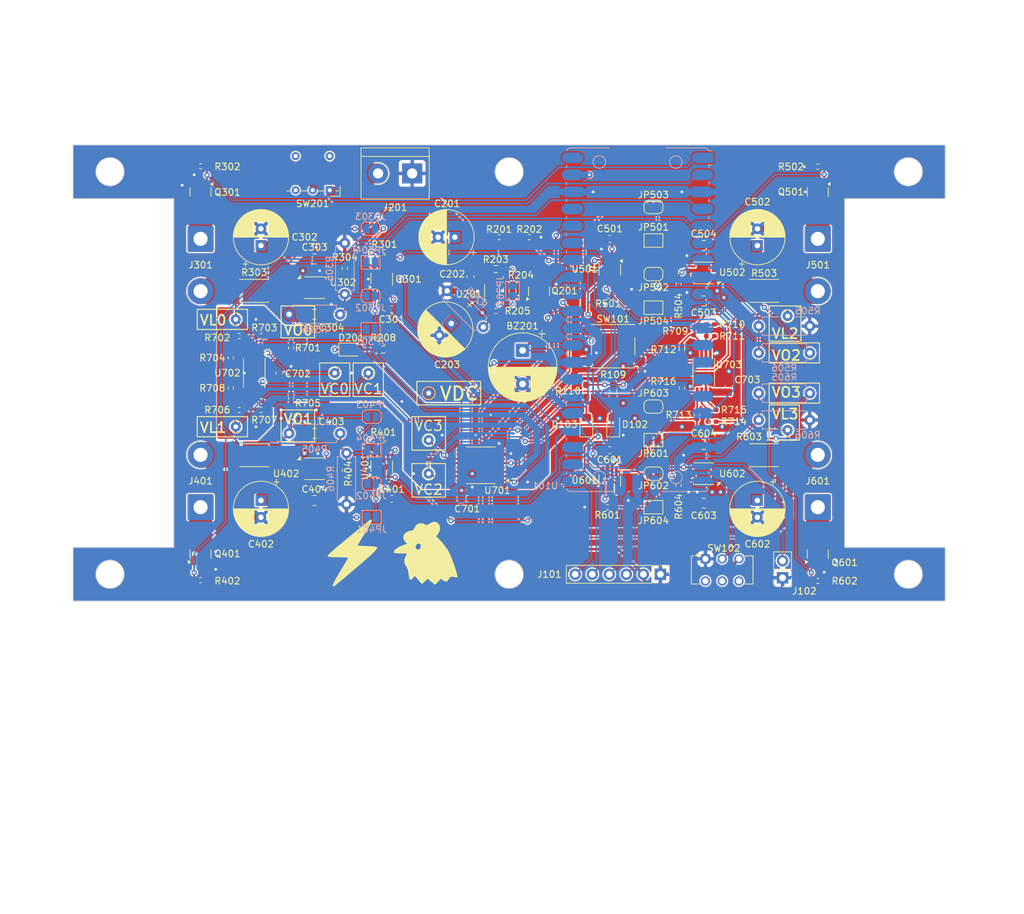
<source format=kicad_pcb>
(kicad_pcb (version 20221018) (generator pcbnew)
  (layers (0 "F.Cu" signal) (1 "In1.Cu" power) (2 "In2.Cu" power) (31 "B.Cu" signal) (34 "B.Paste" user) (35 "F.Paste" user) (36 "B.SilkS" user "B.Silkscreen") (37 "F.SilkS" user "F.Silkscreen") (38 "B.Mask" user) (39 "F.Mask" user) (44 "Edge.Cuts" user))
  (net 0 "")
  (net 1 "/eFUSE_FAULT")
  (net 2 "GND")
  (net 3 "VDC")
  (net 4 "+BATT")
  (net 5 "/VO0")
  (net 6 "/VO1")
  (net 7 "/VO2")
  (net 8 "/VO3")
  (net 9 "GNDA")
  (net 10 "Net-(D201-A)")
  (net 11 "+3V3")
  (net 12 "/SWCLK")
  (net 13 "/SWDIO")
  (net 14 "/UART0_RX")
  (net 15 "/UART0_TX")
  (net 16 "/T_SYNC")
  (net 17 "Net-(J201-Pin_2)")
  (net 18 "Net-(J301-Pin_1)")
  (net 19 "/VL0")
  (net 20 "Net-(J401-Pin_1)")
  (net 21 "/VL1")
  (net 22 "Net-(J501-Pin_1)")
  (net 23 "/VL2")
  (net 24 "Net-(J601-Pin_1)")
  (net 25 "/VL3")
  (net 26 "/Battery & protection/eFUSE_EN")
  (net 27 "Net-(JP301-B)")
  (net 28 "Net-(JP303-A)")
  (net 29 "Net-(JP304-A)")
  (net 30 "/LDO_EN0")
  (net 31 "/EL driver 0/LDO_feedback")
  (net 32 "Net-(JP401-B)")
  (net 33 "Net-(JP403-A)")
  (net 34 "Net-(JP404-A)")
  (net 35 "/LDO_EN1")
  (net 36 "/EL driver 1/LDO_feedback")
  (net 37 "Net-(JP501-B)")
  (net 38 "Net-(JP503-A)")
  (net 39 "Net-(JP504-A)")
  (net 40 "/LDO_EN2")
  (net 41 "/EL driver 2/LDO_feedback")
  (net 42 "Net-(JP601-B)")
  (net 43 "Net-(JP603-A)")
  (net 44 "Net-(JP604-A)")
  (net 45 "/LDO_EN3")
  (net 46 "/EL driver 3/LDO_feedback")
  (net 47 "/PWM0")
  (net 48 "/PWM1")
  (net 49 "/PWM2")
  (net 50 "/PWM3")
  (net 51 "/VBAT_sense")
  (net 52 "Net-(U201-ILIM)")
  (net 53 "Net-(U702A-+)")
  (net 54 "Net-(U702A--)")
  (net 55 "/Analogue signal processing/VC0")
  (net 56 "Net-(U702B-+)")
  (net 57 "Net-(U702B--)")
  (net 58 "/Analogue signal processing/VC1")
  (net 59 "Net-(U703A-+)")
  (net 60 "Net-(U703A--)")
  (net 61 "/Analogue signal processing/VC2")
  (net 62 "Net-(U703B-+)")
  (net 63 "Net-(U703B--)")
  (net 64 "/Analogue signal processing/VC3")
  (net 65 "Net-(U101-RUN)")
  (net 66 "Net-(SW102-B)")
  (net 68 "/SSD_CLK")
  (net 69 "/SSD_DATA")
  (net 70 "/SPI_CLK")
  (net 71 "/SPI_TX")
  (net 72 "/SPI_~{CS0}")
  (net 74 "/SPI_~{CS1}")
  (net 76 "/SPI_~{CS2}")
  (net 78 "/SPI_~{CS3}")
  (net 80 "/ANALOG_B")
  (net 81 "/MUX_S1")
  (net 82 "/MUX_S0")
  (net 83 "/ANALOG_A")
  (net 87 "Net-(D102-A)")
  (net 88 "Net-(D103-A)")
  (net 89 "/Battery & protection/eFUSE_~{FAULT}")
  (footprint "Jumper:SolderJumper-2_P1.3mm_Open_Pad1.0x1.5mm" (layer "F.Cu") (at 136.5 94 180)
    (fp_text reference "JP601")
    (fp_text value "Rectangle Jumper Open")
  )
  (footprint "TestPoint:TestPoint_THTPad_D1.5mm_Drill0.7mm" (layer "F.Cu") (at 89 84)
    (fp_text reference "TP701" hide)
    (fp_text value "TestPoint")
  )
  (footprint "Resistor_SMD:R_0402_1005Metric_Pad0.72x0.64mm_HandSolder" (layer "F.Cu") (at 89.75 98.5 -90)
    (fp_text reference "R404")
    (fp_text value "10k")
  )
  (footprint "Capacitor_THT:CP_Radial_D10.0mm_P5.00mm" (layer "F.Cu") (at 117 80.632323 -90)
    (fp_text reference "BZ201")
    (fp_text value "Buzzer")
  )
  (footprint "Resistor_SMD:R_0402_1005Metric_Pad0.72x0.64mm_HandSolder" (layer "F.Cu") (at 69 114.875)
    (fp_text reference "R402")
    (fp_text value "10k")
  )
  (footprint "Resistor_SMD:R_0603_1608Metric_Pad0.98x0.95mm_HandSolder" (layer "F.Cu") (at 96.225 80.5 180)
    (fp_text reference "R208")
    (fp_text value "1k")
  )
  (footprint "TestPoint:TestPoint_THTPad_D1.5mm_Drill0.7mm" (layer "F.Cu") (at 103 94)
    (fp_text reference "TP704" hide)
    (fp_text value "TestPoint")
  )
  (footprint "TestPoint:TestPoint_THTPad_D1.5mm_Drill0.7mm" (layer "F.Cu") (at 103 87)
    (fp_text reference "TP201" hide)
    (fp_text value "TestPoint")
  )
  (footprint "Resistor_SMD:R_0402_1005Metric_Pad0.72x0.64mm_HandSolder" (layer "F.Cu") (at 129.75 72.5 180)
    (fp_text reference "R501")
    (fp_text value "12k")
  )
  (footprint "Button_Switch_THT:SW_CK_JS202011CQN_DPDT_Straight" (layer "F.Cu") (at 144.25 111.7)
    (fp_text reference "SW102")
    (fp_text value "SW_SPDT")
  )
  (footprint "Resistor_SMD:R_2512_6332Metric_Pad1.40x3.35mm_HandSolder" (layer "F.Cu") (at 77 71.75 180)
    (fp_text reference "R303")
    (fp_text value "200m")
  )
  (footprint "Jumper:SolderJumper-2_P1.3mm_Open_RoundedPad1.0x1.5mm" (layer "F.Cu") (at 136.5 89)
    (fp_text reference "JP603")
    (fp_text value "Round Jumper Open")
  )
  (footprint "Connector_Wire:SolderWire-1.5sqmm_1x02_P7.8mm_D1.7mm_OD3.9mm" (layer "F.Cu") (at 69 64 -90)
    (fp_text reference "J301")
    (fp_text value "Conn_01x02_Socket")
  )
  (footprint "Package_SO:TSSOP-8_4.4x3mm_P0.65mm" (layer "F.Cu") (at 144 84 -90)
    (fp_text reference "U703")
    (fp_text value "TLV9002")
  )
  (footprint "Package_TO_SOT_SMD:SOT-23" (layer "F.Cu") (at 69 111 90)
    (fp_text reference "Q401")
    (fp_text value "AO3400A")
  )
  (footprint "Capacitor_SMD:C_0805_2012Metric_Pad1.18x1.45mm_HandSolder" (layer "F.Cu") (at 86 67)
    (fp_text reference "C303")
    (fp_text value "2.2u")
  )
  (footprint "TestPoint:TestPoint_THTPad_D1.5mm_Drill0.7mm" (layer "F.Cu") (at 156.5 92.5)
    (fp_text reference "TP602" hide)
    (fp_text value "TestPoint")
  )
  (footprint "Jumper:SolderJumper-2_P1.3mm_Open_Pad1.0x1.5mm" (layer "F.Cu") (at 136.5 64.25 180)
    (fp_text reference "JP501")
    (fp_text value "Rectangle Jumper Open")
  )
  (footprint "Resistor_SMD:R_0402_1005Metric_Pad0.72x0.64mm_HandSolder" (layer "F.Cu") (at 74.75 89.5)
    (fp_text reference "R706")
    (fp_text value "10k")
  )
  (footprint "Capacitor_SMD:C_0805_2012Metric_Pad1.18x1.45mm_HandSolder" (layer "F.Cu") (at 144 65 180)
    (fp_text reference "C504")
    (fp_text value "2.2u")
  )
  (footprint "Resistor_SMD:R_0603_1608Metric_Pad0.98x0.95mm_HandSolder" (layer "F.Cu") (at 115.5 71.75 -90)
    (fp_text reference "R204")
    (fp_text value "300k")
  )
  (footprint "Capacitor_SMD:C_0603_1608Metric_Pad1.08x0.95mm_HandSolder" (layer "F.Cu") (at 109.25 69.6375 -90)
    (fp_text reference "C202")
    (fp_text value "100n")
  )
  (footprint "Package_DFN_QFN:DFN-8-1EP_3x3mm_P0.65mm_EP1.55x2.4mm" (layer "F.Cu") (at 86 98.275)
    (fp_text reference "U402")
    (fp_text value "RT9187QV")
  )
  (footprint "Resistor_SMD:R_0402_1005Metric_Pad0.72x0.64mm_HandSolder" (layer "F.Cu") (at 78 78.5 180)
    (fp_text reference "R703")
    (fp_text value "200k")
  )
  (footprint "Resistor_SMD:R_0402_1005Metric_Pad0.72x0.64mm_HandSolder" (layer "F.Cu") (at 113.5 63.75)
    (fp_text reference "R201")
    (fp_text value "47k")
  )
  (footprint "Capacitor_SMD:C_0805_2012Metric_Pad1.18x1.45mm_HandSolder" (layer "F.Cu") (at 144 73.25 180)
    (fp_text reference "C503")
    (fp_text value "2.2u")
  )
  (footprint "Connector_PinHeader_2.54mm:PinHeader_1x02_P2.54mm_Vertical" (layer "F.Cu") (at 155.75 114.525 180)
    (fp_text reference "J102")
    (fp_text value "Conn_01x02_Pin")
  )
  (footprint "Resistor_SMD:R_0402_1005Metric_Pad0.72x0.64mm_HandSolder" (layer "F.Cu") (at 140.25 70.75 -90)
    (fp_text reference "R504")
    (fp_text value "10k")
  )
  (footprint "Capacitor_SMD:C_0805_2012Metric_Pad1.18x1.45mm_HandSolder" (layer "F.Cu") (at 86 93)
    (fp_text reference "C403")
    (fp_text value "2.2u")
  )
  (footprint "Capacitor_SMD:C_0603_1608Metric_Pad1.08x0.95mm_HandSolder" (layer "F.Cu") (at 130 95.5 180)
    (fp_text reference "C601")
    (fp_text value "100n")
  )
  (footprint "Capacitor_SMD:C_0805_2012Metric_Pad1.18x1.45mm_HandSolder" (layer "F.Cu") (at 86 103)
    (fp_text reference "C404")
    (fp_text value "2.2u")
  )
  (footprint "Jumper:SolderJumper-2_P1.3mm_Open_RoundedPad1.0x1.5mm" (layer "F.Cu") (at 136.5 69.25 180)
    (fp_text reference "JP502")
    (fp_text value "Round Jumper Open")
  )
  (footprint "Button_Switch_SMD:SW_Push_1P1T_NO_6x6mm_H9.5mm" (layer "F.Cu") (at 130.5 80)
    (fp_text reference "SW101")
    (fp_text value "SW_Push")
  )
  (footprint "Resistor_SMD:R_0402_1005Metric_Pad0.72x0.64mm_HandSolder" (layer "F.Cu") (at 73.5 81.75 -90)
    (fp_text reference "R704")
    (fp_text value "200k")
  )
  (footprint "TestPoint:TestPoint_THTPad_D1.5mm_Drill0.7mm" (layer "F.Cu") (at 74.25 76)
    (fp_text reference "TP302" hide)
    (fp_text value "TestPoint")
  )
  (footprint "Capacitor_THT:CP_Radial_D8.0mm_P2.50mm" (layer "F.Cu") (at 106.363844 76.616117 -135)
    (fp_text reference "C203")
    (fp_text value "100u")
  )
  (footprint "Capacitor_SMD:C_0603_1608Metric_Pad1.08x0.95mm_HandSolder" (layer "F.Cu") (at 97.5 102.75)
    (fp_text reference "C401")
    (fp_text value "100n")
  )
  (footprint "Resistor_SMD:R_0603_1608Metric_Pad0.98x0.95mm_HandSolder" (layer "F.Cu") (at 126.5 86.6625 -90)
    (fp_text reference "R110")
    (fp_text value "1k")
  )
  (footprint "Jumper:SolderJumper-2_P1.3mm_Open_RoundedPad1.0x1.5mm" (layer "F.Cu") (at 136.5 99 180)
    (fp_text reference "JP602")
    (fp_text value "Round Jumper Open")
  )
  (footprint "Package_TO_SOT_SMD:SOT-23-8_Handsoldering" (layer "F.Cu") (at 130 100 -90)
    (fp_text reference "U601")
    (fp_text value "AD5160BRJZ5")
  )
  (footprint "Resistor_SMD:R_0402_1005Metric_Pad0.72x0.64mm_HandSolder" (layer "F.Cu") (at 161 53.25 180)
    (fp_text reference "R502")
    (fp_text value "10k")
  )
  (footprint "Capacitor_SMD:C_0805_2012Metric_Pad1.18x1.45mm_HandSolder" (layer "F.Cu") (at 144 94.65 180)
    (fp_text reference "C604")
    (fp_text value "2.2u")
  )
  (footprint "Jumper:SolderJumper-2_P1.3mm_Open_Pad1.0x1.5mm" (layer "F.Cu") (at 136.5 74.25)
    (fp_text reference "JP504")
    (fp_text value "Rectangle Jumper Open")
  )
  (footprint "Package_SO:TSSOP-8_4.4x3mm_P0.65mm" (layer "F.Cu") (at 77 84 -90)
    (fp_text reference "U702")
    (fp_text value "TLV9002")
  )
  (footprint "Resistor_SMD:R_0603_1608Metric_Pad0.98x0.95mm_HandSolder" (layer "F.Cu") (at 130.5 86.6625 -90)
    (fp_text reference "R109")
    (fp_text value "1k")
  )
  (footprint "Resistor_SMD:R_0402_1005Metric_Pad0.72x0.64mm_HandSolder" (layer "F.Cu") (at 140.25 100.75 -90)
    (fp_text reference "R604")
    (fp_text value "10k")
  )
  (footprint "Capacitor_SMD:C_0805_2012Metric_Pad1.18x1.45mm_HandSolder" (layer "F.Cu") (at 85.9625 75.25)
    (fp_text reference "C304")
    (fp_text value "2.2u")
  )
  (footprint "Resistor_SMD:R_0402_1005Metric_Pad0.72x0.64mm_HandSolder" (layer "F.Cu") (at 145.25 91.25 180)
    (fp_text reference "R714")
    (fp_text value "10k")
  )
  (footprint "Resistor_SMD:R_0402_1005Metric_Pad0.72x0.64mm_HandSolder" (layer "F.Cu") (at 96.25 94)
    (fp_text reference "R401")
    (fp_text value "12k")
  )
  (footprint "Package_SO:TSSOP-16_4.4x5mm_P0.65mm" (layer "F.Cu") (at 110.75 97.75 180)
    (fp_text reference "U701")
    (fp_text value "74HC4052")
  )
  (footprint "Capacitor_SMD:C_0603_1608Metric_Pad1.08x0.95mm_HandSolder" (layer "F.Cu") (at 147.75 86 90)
    (fp_text reference "C703")
    (fp_text value "100n")
  )
  (footprint "Connector_Wire:SolderWire-1.5sqmm_1x02_P7.8mm_D1.7mm_OD3.9mm" (layer "F.Cu") (at 161 104 90)
    (fp_text reference "J601")
    (fp_text value "Conn_01x02_Socket")
  )
  (footprint "Resistor_SMD:R_2512_6332Metric_Pad1.40x3.35mm_HandSolder" (layer "F.Cu") (at 153 96.25)
    (fp_text reference "R603")
    (fp_text value "200m")
  )
  (footprint "Package_TO_SOT_SMD:SOT-23" (layer "F.Cu") (at 69 57 -90)
    (fp_text reference "Q301")
    (fp_text value "AO3400A")
  )
  (footprint "Capacitor_THT:CP_Radial_D8.0mm_P2.50mm" (layer "F.Cu") (at 152 65 90)
    (fp_text reference "C502")
    (fp_text value "100u")
  )
  (footprint "Capacitor_SMD:C_0603_1608Metric_Pad1.08x0.95mm_HandSolder" (layer "F.Cu") (at 80.75 84 90)
    (fp_text reference "C702")
    (fp_text value "100n")
  )
  (footprint "Package_DFN_QFN:DFN-8-1EP_3x3mm_P0.65mm_EP1.55x2.4mm" (layer "F.Cu") (at 144 69.075 180)
    (fp_text reference "U502")
    (fp_text value "RT9187QV")
  )
  (footprint "Connector_Wire:SolderWire-1.5sqmm_1x02_P7.8mm_D1.7mm_OD3.9mm" (layer "F.Cu") (at 69 104 90)
    (fp_text reference "J401")
    (fp_text value "Conn_01x02_Socket")
  )
  (footprint "LED_SMD:LED_0805_2012Metric_Pad1.15x1.40mm_HandSolder" (layer "F.Cu") (at 130.5 91.6625 90)
    (fp_text reference "D102")
    (fp_text value "green")
  )
  (footprint "Jumper:SolderJumper-2_P1.3mm_Open_RoundedPad1.0x1.5mm" (layer "F.Cu") (at 136.5 59.25)
    (fp_text reference "JP503")
    (fp_text value "Round Jumper Open")
  )
  (footprint "LED_SMD:LED_0805_2012Metric_Pad1.15x1.40mm_HandSolder" (layer "F.Cu") (at 91.475 80.5)
    (fp_text reference "D201")
    (fp_text value "Yellow")
  )
  (footprint "Package_TO_SOT_SMD:SOT-23-8_Handsoldering" (layer "F.Cu") (at 130 68.5 -90)
    (fp_text reference "U501")
    (fp_text value "AD5160BRJZ5")
  )
  (footprint "Package_DFN_QFN:DFN-8-1EP_3x3mm_P0.65mm_EP1.55x2.4mm" (layer "F.Cu") (at 144 99 180)
    (fp_text reference "U602")
    (fp_text value "RT9187QV")
  )
  (footprint "Capacitor_SMD:C_0603_1608Metric_Pad1.08x0.95mm_HandSolder" (layer "F.Cu") (at 97.5 74.5)
    (fp_text reference "C301")
    (fp_text value "100n")
  )
  (footprint "TestPoint:TestPoint_THTPad_D1.5mm_Drill0.7mm" (layer "F.Cu") (at 156.5 75.5)
    (fp_text reference "TP502" hide)
    (fp_text value "TestPoint")
  )
  (footprint "Resistor_SMD:R_0402_1005Metric_Pad0.72x0.64mm_HandSolder" (layer "F.Cu") (at 74.75 78.5)
    (fp_text reference "R702")
    (fp_text value "10k")
  )
  (footprint "Resistor_SMD:R_0402_1005Metric_Pad0.72x0.64mm_HandSolder" (layer "F.Cu") (at 82.5 87.75 90)
    (fp_text reference "R705")
    (fp_text value "10k")
  )
  (footprint "Resistor_SMD:R_0603_1608Metric_Pad0.98x0.95mm_HandSolder" (layer "F.Cu") (at 113 68.5)
    (fp_text reference "R203")
    (fp_text value "300k")
  )
  (footprint "TestPoint:TestPoint_THTPad_D1.5mm_Drill0.7mm" (layer "F.Cu") (at 74.25 92)
    (fp_text reference "TP402" hide)
    (fp_text value "TestPoint")
  )
  (footprint "Capacitor_SMD:C_0805_2012Metric_Pad1.18x1.45mm_HandSolder" (layer "F.Cu") (at 144 103.4 180)
    (fp_text reference "C603")
    (fp_text value "2.2u")
  )
  (footprint "Capacitor_THT:CP_Radial_D8.0mm_P2.50mm" (layer "F.Cu") (at 78 103 -90)
    (fp_text reference "C402")
    (fp_text value "100u")
  )
  (footprint "Resistor_SMD:R_0402_1005Metric_Pad0.72x0.64mm_HandSolder" (layer "F.Cu") (at 69 53.1875 180)
    (fp_text reference "R302")
    (fp_text value "10k")
  )
  (footprint "TerminalBlock:TerminalBlock_bornier-2_P5.08mm" (layer "F.Cu") (at 100.54 54.25 180)
    (fp_text reference "J201")
    (fp_text value "Conn_01x02_Socket")
  )
  (footprint "Resistor_SMD:R_0402_1005Metric_Pad0.72x0.64mm_HandSolder" (layer "F.Cu") (at 73.5 86.25 90)
    (fp_text reference "R708")
    (fp_text value "200k")
  )
  (footprint "LED_SMD:LED_0805_2012Metric_Pad1.15x1.40mm_HandSolder" (layer "F.Cu") (at 126.5 91.6625 90)
    (fp_text reference "D103")
    (fp_text value "red")
  )
  (footprint "Package_TO_SOT_SMD:SOT-23-8_Handsoldering" (layer "F.Cu") (at 96 70 90)
    (fp_text reference "U301")
    (fp_text value "AD5160BRJZ5")
  )
  (footprint "TestPoint:TestPoint_THTPad_D1.5mm_Drill0.7mm" (layer "F.Cu") (at 103 99)
    (fp_text reference "TP703" hide)
    (fp_text value "TestPoint")
  )
  (footprint "Resistor_SMD:R_0402_1005Metric_Pad0.72x0.64mm_HandSolder" (layer "F.Cu") (at 96.4025 66)
    (fp_text reference "R301")
    (fp_text value "12k")
  )
  (footprint "Capacitor_SMD:C_0603_1608Metric_Pad1.08x0.95mm_HandSolder" (layer "F.Cu") (at 130 64 180)
    (fp_text reference "C501")
    (fp_text value "100n")
  )
  (footprint "Capacitor_THT:CP_Radial_D8.0mm_P2.50mm" (layer "F.Cu") (at 78 65 90)
    (fp_text reference "C302")
    (fp_text value "100u")
  )
  (footprint "LOGO" (layer "F.Cu") (at 97.5 110.75)
    (fp_text reference "G***" hide)
    (fp_text value "LOGO" hide)
  )
  (footprint "Resistor_SMD:R_0402_1005Metric_Pad0.72x0.64mm_HandSolder" (layer "F.Cu") (at 140.75 80.5 -90)
    (fp_text reference "R712")
    (fp_text value "200k")
  )
  (footprint "Capacitor_SMD:C_0603_1608Metric_Pad1.08x0.95mm_HandSolder" (layer "F.Cu") (at 108.75 102.75)
    (fp_text reference "C701")
    (fp_text value "100n")
  )
  (footprint "Package_TO_SOT_SMD:SOT-23" (layer "F.Cu") (at 119.45 71.8125 90)
    (fp_text reference "Q201")
    (fp_text value "AO3401A")
  )
  (footprint "Resistor_SMD:R_0402_1005Metric_Pad0.72x0.64mm_HandSolder" (layer "F.Cu") (at 145 78.5 180)
    (fp_text reference "R711")
    (fp_text value "200k")
  )
  (footprint "Resistor_SMD:R_0402_1005Metric_Pad0.72x0.64mm_HandSolder" (layer "F.Cu") (at 143 90.25 90)
    (fp_text reference "R713")
    (fp_text value "10k")
  )
  (footprint "Button_Switch_THT:SW_Lever_1P2T_NKK_GW12LxH" (layer "F.Cu") (at 88.25 56.75 180)
    (fp_text reference "SW201")
    (fp_text value "SW_SPDT")
  )
  (footprint "Capacitor_THT:CP_Radial_D8.0mm_P2.50mm" (layer "F.Cu") (at 106.902651 63.75 180)
    (fp_text reference "C201")
    (fp_text value "100u")
  )
  (footprint "TestPoint:TestPoint_THTPad_D1.5mm_Drill0.7mm" (layer "F.Cu") (at 94 84)
    (fp_text reference "TP702" hide)
    (fp_text value "TestPoint")
  )
  (footprint "Package_SON:WSON-6-1EP_2x2mm_P0.65mm_EP1x1.6mm_ThermalVias" (layer "F.Cu") (at 112.45 71.75 90)
    (fp_text reference "U201")
    (fp_text value "TPS25200DRVR")
  )
  (footprint "Resistor_SMD:R_0402_1005Metric_Pad0.72x0.64mm_HandSolder" (layer "F.Cu") (at 118 63.75)
    (fp_text reference "R202")
    (fp_text value "47k")
  )
  (footprint "Connector_Wire:SolderWire-1.5sqmm_1x02_P7.8mm_D1.7mm_OD3.9mm" (layer "F.Cu") (at 161 64 -90)
    (fp_text reference "J501")
    (fp_text value "Conn_01x02_Socket")
  )
  (footprint "Connector_PinHeader_2.54mm:PinHeader_1x06_P2.54mm_Vertical" (layer "F.Cu") (at 137.54 114 -90)
    (fp_text reference "J101")
    (fp_text value "Conn_01x06_Pin")
  )
  (footprint "Package_TO_SOT_SMD:SOT-23" (layer "F.Cu") (at 161 111 90)
    (fp_text reference "Q601")
    (fp_text value "AO3400A")
  )
  (footprint "Resistor_SMD:R_2512_6332Metric_Pad1.40x3.35mm_HandSolder" (layer "F.Cu") (at 77 96.25 180)
    (fp_text reference "R403" hide)
    (fp_text value "200m")
  )
  (footprint "Resistor_SMD:R_0402_1005Metric_Pad0.72x0.64mm_HandSolder" (layer "F.Cu") (at 161 115)
    (fp_text reference "R602")
    (fp_text value "10k")
  )
  (footprint "Resistor_SMD:R_0402_1005Metric_Pad0.72x0.64mm_HandSolder" (layer "F.Cu") (at 145.25 89.5 180)
    (fp_text reference "R715")
    (fp_text value "200k")
  )
  (footprint "Resistor_SMD:R_0402_1005Metric_Pad0.72x0.64mm_HandSolder" (layer "F.Cu") (at 129.6525 104 180)
    (fp_text reference "R601")
    (fp_text value "12k")
  )
  (footprint "Resistor_SMD:R_0402_1005Metric_Pad0.72x0.64mm_HandSolder" (layer "F.Cu") (at 82.5 80.25 -90)
    (fp_text reference "R701")
    (fp_text value "10k")
  )
  (footprint "Resistor_SMD:R_0402_1005Metric_Pad0.72x0.64mm_HandSolder" (layer "F.Cu") (at 78 89.5 180)
    (fp_text reference "R707")
    (fp_text value "200k")
  )
  (footprint "Resistor_SMD:R_2512_6332Metric_Pad1.40x3.35mm_HandSolder" (layer "F.Cu") (at 153 71.75)
    (fp_text reference "R503")
    (fp_text value "200m")
  )
  (footprint "Package_TO_SOT_SMD:SOT-23-8_Handsoldering" (layer "F.Cu") (at 96 98 90)
    (fp_text reference "U401")
    (fp_text value "AD5160BRJZ5")
  )
  (footprint "Resistor_SMD:R_0402_1005Metric_Pad0.72x0.64mm_HandSolder" (layer "F.Cu") (at 90.5 68.4025 90)
    (fp_text reference "R304")
    (fp_text value "10k")
  )
  (footprint "Jumper:SolderJumper-2_P1.3mm_Open_Pad1.0x1.5mm" (layer "F.Cu") (at 136.5 104)
    (fp_text reference "JP604")
    (fp_text value "Rectangle Jumper Open")
  )
  (footprint "Resistor_SMD:R_0402_1005Metric_Pad0.72x0.64mm_HandSolder" (layer "F.Cu") (at 113 74.75)
    (fp_text reference "R205")
    (fp_text value "47k")
  )
  (footprint "Resistor_SMD:R_0402_1005Metric_Pad0.72x0.64mm_HandSolder" (layer "F.Cu") (at 142.5 77.75 -90)
    (fp_text reference "R709")
    (fp_text value "10k")
  )
  (footprint "Capacitor_THT:CP_Radial_D8.0mm_P2.50mm" (layer "F.Cu") (at 152 103 -90)
    (fp_text reference "C602")
    (fp_text value "100u")
  )
  (footprint "Resistor_SMD:R_0402_1005Metric_Pad0.72x0.64mm_HandSolder" (layer "F.Cu") (at 145 76.75 180)
    (fp_text reference "R710")
    (fp_text value "10k")
  )
  (footprint "Package_DFN_QFN:DFN-8-1EP_3x3mm_P0.65mm_EP1.55x2.4mm" (layer "F.Cu") (at 86 71.275)
    (fp_text reference "U302")
    (fp_text value "RT9187QV")
  )
  (footprint "Resistor_SMD:R_0402_1005Metric_Pad0.72x0.64mm_HandSolder" (layer "F.Cu") (at 140.75 86.25 90)
    (fp_text reference "R716")
    (fp_text value "200k")
  )
  (footprint "Package_TO_SOT_SMD:SOT-23" (layer "F.Cu") (at 161 57 -90)
    (fp_text reference "Q501")
    (fp_text value "AO3400A")
  )
  (footprint "Jumper:SolderJumper-2_P1.3mm_Open_RoundedPad1.0x1.5mm" (layer "B.Cu") (at 94.35 72.5)
    (fp_text reference "JP302")
    (fp_text value "Round Jumper Open")
  )
  (footprint "Resistor_THT:R_Axial_DIN0207_L6.3mm_D2.5mm_P7.62mm_Horizontal" (layer "B.Cu") (at 90.5 72.25 90)
    (fp_text reference "R306")
    (fp_text value "27k")
  )
  (footprint "Resistor_THT:R_Axial_DIN0207_L6.3mm_D2.5mm_P7.62mm_Horizontal" (layer "B.Cu") (at 111.138154 77.138154 135)
    (fp_text reference "R206")
    (fp_text value "47k")
  )
  (footprint "Resistor_THT:R_Axial_DIN0207_L6.3mm_D2.5mm_P7.62mm_Horizontal" (layer "B.Cu") (at 90.75 95.94 -90)
    (fp_text reference "R406")
    (fp_text value "27k")
  )
  (footprint "Resistor_THT:R_Axial_DIN0207_L6.3mm_D2.5mm_P7.62mm_Horizontal" (layer "B.Cu") (at 159.81 81 180)
    (fp_text reference "R505")
    (fp_text value "27k")
  )
  (footprint "Jumper:SolderJumper-2_P1.3mm_Open_RoundedPad1.0x1.5mm" (layer "B.Cu") (at 94.35 62.5 180)
    (fp_text reference "JP303")
    (fp_text value "Round Jumper Open")
  )
  (footprint "Resistor_THT:R_Axial_DIN0207_L6.3mm_D2.5mm_P7.62mm_Horizontal" (layer "B.Cu") (at 82.19 75.25)
    (fp_text reference "R305")
    (fp_text value "27k")
  )
  (footprint "Jumper:SolderJumper-2_P1.3mm_Open_Pad1.0x1.5mm" (layer "B.Cu") (at 115.5 71.75 -90)
    (fp_text reference "JP201")
    (fp_text value "SolderJumper_2_Open")
  )
  (footprint "Resistor_THT:R_Axial_DIN0207_L6.3mm_D2.5mm_P7.62mm_Horizontal" (layer "B.Cu") (at 152.19 77)
    (fp_text reference "R506")
    (fp_text value "27k")
  )
  (footprint "Jumper:SolderJumper-2_P1.3mm_Open_RoundedPad1.0x1.5mm" (layer "B.Cu") (at 94.5 100.5)
    (fp_text reference "JP402")
    (fp_text value "Round Jumper Open")
  )
  (footprint "Jumper:SolderJumper-2_P1.3mm_Open_Pad1.0x1.5mm" (layer "B.Cu") (at 94.35 67.5 180)
    (fp_text reference "JP304")
    (fp_text value "Rectangle Jumper Open")
  )
  (footprint "Jumper:SolderJumper-2_P1.3mm_Open_Pad1.0x1.5mm" (layer "B.Cu") (at 94.5 105.5)
    (fp_text reference "JP401")
    (fp_text value "Rectangle Jumper Open")
  )
  (footprint "Jumper:SolderJumper-2_P1.3mm_Open_Pad1.0x1.5mm" (layer "B.Cu") (at 94.35 77.5)
    (fp_text reference "JP301")
    (fp_text value "Rectangle Jumper Open")
  )
  (footprint "More Pi Pico:RaspberryPi_Pico_Original_SMD" (layer "B.Cu") (at 134.14 76.05 180)
    (fp_text reference "U101")
    (fp_text value "Pico")
  )
  (footprint "Resistor_THT:R_Axial_DIN0207_L6.3mm_D2.5mm_P7.62mm_Horizontal" (layer "B.Cu") (at 159.81 87 180)
    (fp_text reference "R605")
    (fp_text value "27k")
  )
  (footprint "Resistor_THT:R_Axial_DIN0207_L6.3mm_D2.5mm_P7.62mm_Horizontal" (layer "B.Cu") (at 82.19 93)
    (fp_text reference "R405")
    (fp_text value "27k")
  )
  (footprint "Jumper:SolderJumper-2_P1.3mm_Open_Pad1.0x1.5mm" (layer "B.Cu") (at 94.5 95.5 180)
    (fp_text reference "JP404")
    (fp_text value "Rectangle Jumper Open")
  )
  (footprint "Jumper:SolderJumper-2_P1.3mm_Open_RoundedPad1.0x1.5mm" (layer "B.Cu") (at 94.5 90.5 180)
    (fp_text reference "JP403")
    (fp_text value "Round Jumper Open")
  )
  (footprint "Resistor_THT:R_Axial_DIN0207_L6.3mm_D2.5mm_P7.62mm_Horizontal" (layer "B.Cu") (at 152.19 91)
    (fp_text reference "R606")
    (fp_text value "27k")
  )
  (gr_rect (start 153.75 74) (end 158.5 79.25) (stroke (width 0.15)) (fill none) (layer "F.SilkS"))
  (gr_rect (start 153.75 85.5) (end 161.25 88.5) (stroke (width 0.15)) (fill none) (layer "F.SilkS"))
  (gr_rect (start 100.5 97.5) (end 105.5 102.5) (stroke (width 0.15)) (fill none) (layer "F.SilkS"))
  (gr_rect (start 100.5 90.5) (end 105.5 95.5) (stroke (width 0.15)) (fill none) (layer "F.SilkS"))
  (gr_rect (start 91.75 82.5) (end 96.25 87.5) (stroke (width 0.15)) (fill none) (layer "F.SilkS"))
  (gr_rect (start 81 74) (end 86 78.75) (stroke (width 0.15)) (fill none) (layer "F.SilkS"))
  (gr_rect (start 81 89.5) (end 86 94.25) (stroke (width 0.15)) (fill none) (layer "F.SilkS"))
  (gr_rect (start 68.5 90.5) (end 76 93.5) (stroke (width 0.15)) (fill none) (layer "F.SilkS"))
  (gr_rect (start 68.5 74.5) (end 76 77.5) (stroke (width 0.15)) (fill none) (layer "F.SilkS"))
  (gr_rect (start 86.75 82.5) (end 91.25 87.5) (stroke (width 0.15)) (fill none) (layer "F.SilkS"))
  (gr_rect (start 153.75 79.5) (end 161.25 82.5) (stroke (width 0.15)) (fill none) (layer "F.SilkS"))
  (gr_rect (start 153.75 88.75) (end 158.25 94) (stroke (width 0.15)) (fill none) (layer "F.SilkS"))
  (gr_rect (start 101.25 85.25) (end 110.75 88.75) (stroke (width 0.15)) (fill none) (layer "F.SilkS"))
  (gr_circle (center 55.5 114) (end 57.6 114) (stroke (width 0.1)) (fill none) (layer "Edge.Cuts"))
  (gr_line (start 180 50) (end 180 58) (stroke (width 0.1)) (layer "Edge.Cuts"))
  (gr_circle (center 174.5 54) (end 176.6 54) (stroke (width 0.1)) (fill none) (layer "Edge.Cuts"))
  (gr_circle (center 174.5 114) (end 176.6 114) (stroke (width 0.1)) (fill none) (layer "Edge.Cuts"))
  (gr_line (start 165 58) (end 165 110) (stroke (width 0.1)) (layer "Edge.Cuts"))
  (gr_line (start 50 58) (end 65 58) (stroke (width 0.1)) (layer "Edge.Cuts"))
  (gr_line (start 50 110) (end 50 118) (stroke (width 0.1)) (layer "Edge.Cuts"))
  (gr_circle (center 115 114) (end 117.1 114) (stroke (width 0.1)) (fill none) (layer "Edge.Cuts"))
  (gr_line (start 180 110) (end 180 118) (stroke (width 0.1)) (layer "Edge.Cuts"))
  (gr_circle (center 115 54) (end 117.1 54) (stroke (width 0.1)) (fill none) (layer "Edge.Cuts"))
  (gr_line (start 50 50) (end 180 50) (stroke (width 0.1)) (layer "Edge.Cuts"))
  (gr_line (start 65 58) (end 65 110) (stroke (width 0.1)) (layer "Edge.Cuts"))
  (gr_line (start 50 50) (end 50 58) (stroke (width 0.1)) (layer "Edge.Cuts"))
  (gr_line (start 50 118) (end 180 118) (stroke (width 0.1)) (layer "Edge.Cuts"))
  (gr_line (start 165 110) (end 180 110) (stroke (width 0.1)) (layer "Edge.Cuts"))
  (gr_circle (center 55.5 54) (end 57.6 54) (stroke (width 0.1)) (fill none) (layer "Edge.Cuts"))
  (gr_line (start 65 110) (end 50 110) (stroke (width 0.1)) (layer "Edge.Cuts"))
  (gr_line (start 165 58) (end 180 58) (stroke (width 0.1)) (layer "Edge.Cuts"))
  (gr_text "VL3" (at 154 91) (layer "F.SilkS") (effects (font (size 1.5 1.5) (thickness 0.25) bold) (justify left bottom)))
  (gr_text "VO0" (at 81.25 78.5) (layer "F.SilkS") (effects (font (size 1.5 1.5) (thickness 0.25) bold) (justify left bottom)))
  (gr_text "VL1" (at 68.75 93) (layer "F.SilkS") (effects (font (size 1.5 1.5) (thickness 0.25) bold) (justify left bottom)))
  (gr_text "VO2" (at 154 82.25) (layer "F.SilkS") (effects (font (size 1.5 1.5) (thickness 0.25) bold) (justify left bottom)))
  (gr_text "VL2" (at 154 79) (layer "F.SilkS") (effects (font (size 1.5 1.5) (thickness 0.25) bold) (justify left bottom)))
  (gr_text "VDC" (at 104.5 88.25) (layer "F.SilkS") (effects (font (size 2 2) (thickness 0.3) bold) (justify left bottom)))
  (gr_text "VC2" (at 103 102.25) (layer "F.SilkS") (effects (font (size 1.5 1.5) (thickness 0.2)) (justify bottom)))
  (gr_text "VO1" (at 81.25 91.75) (layer "F.SilkS") (effects (font (size 1.5 1.5) (thickness 0.25) bold) (justify left bottom)))
  (gr_text "VC0" (at 89 87.25) (layer "F.SilkS") (effects (font (size 1.5 1.5) (thickness 0.2)) (justify bottom)))
  (gr_text "VO3" (at 154 87.75) (layer "F.SilkS") (effects (font (size 1.5 1.5) (thickness 0.25) bold) (justify left bottom)))
  (gr_text "VL0" (at 68.75 77) (layer "F.SilkS") (effects (font (size 1.5 1.5) (thickness 0.25) bold) (justify left bottom)))
  (gr_text "VC1" (at 94 87.25) (layer "F.SilkS") (effects (font (size 1.5 1.5) (thickness 0.2)) (justify bottom)))
  (gr_text "VC3" (at 103 92.75) (layer "F.SilkS") (effects (font (size 1.5 1.5) (thickness 0.2)) (justify bottom)))
  (segment (start 119.45 78.182323) (end 117 80.632323) (width 0.4) (layer "F.Cu") (net 1))
  (segment (start 119.45 70.875) (end 119.45 78.182323) (width 0.4) (layer "F.Cu") (net 1))
  (segment (start 117 80.632323) (end 120.227677 80.632323) (width 0.25) (layer "B.Cu") (net 1))
  (segment (start 125.25 79.86) (end 121 79.86) (width 0.25) (layer "B.Cu") (net 1))
  (segment (start 120.227677 80.632323) (end 121 79.86) (width 0.25) (layer "B.Cu") (net 1))
  (segment (start 129.1375 95.5) (end 129.67 96.0325) (width 0.4) (layer "F.Cu") (net 2))
  (segment (start 131.4375 92.6875) (end 130.5 92.6875) (width 0.25) (layer "F.Cu") (net 2))
  (segment (start 129.25 96.75) (end 129.67 97.17) (width 0.4) (layer "F.Cu") (net 2))
  (segment (start 126.5 92.6875) (end 126.6625 92.525) (width 0.25) (layer "F.Cu") (net 2))
  (segment (start 86.325 71.6) (end 86 71.275) (width 0.35) (layer "F.Cu") (net 2))
  (segment (start 129.67 97.17) (end 129.67 98.65) (width 0.4) (layer "F.Cu") (net 2))
  (segment (start 114 71.75) (end 113.75 71.75) (width 0.25) (layer "F.Cu") (net 2))
  (segment (start 112.875001 95.475) (end 113.6125 95.475) (width 0.25) (layer "F.Cu") (net 2))
  (segment (start 143.675 98.675) (end 144 99) (width 0.35) (layer "F.Cu") (net 2))
  (segment (start 113.6125 96.775) (end 112.775 96.775) (width 0.25) (layer "F.Cu") (net 2))
  (segment (start 114.5 72.5) (end 114 72) (width 0.25) (layer "F.Cu") (net 2))
  (segment (start 87.55 71.6) (end 86.325 71.6) (width 0.35) (layer "F.Cu") (net 2))
  (segment (start 161.95 113.7) (end 161.95 114.6475) (width 1) (layer "F.Cu") (net 2))
  (segment (start 69.5975 112.29) (end 69.95 111.9375) (width 1) (layer "F.Cu") (net 2))
  (segment (start 110.25 71.75) (end 105.75 71.75) (width 1) (layer "F.Cu") (net 2))
  (segment (start 130.3375 92.525) (end 130.5 92.6875) (width 0.25) (layer "F.Cu") (net 2))
  (segment (start 126.6625 92.525) (end 130.3375 92.525) (width 0.4) (layer "F.Cu") (net 2))
  (segment (start 159.1125 57) (end 160.05 56.0625) (width 1) (layer "F.Cu") (net 2))
  (segment (start 87.55 98.6) (end 86.325 98.6) (width 0.35) (layer "F.Cu") (net 2))
  (segment (start 111.9 71.75) (end 110.25 71.75) (width 1) (layer "F.Cu") (net 2))
  (segment (start 113.75 71.75) (end 113 71.75) (width 1) (layer "F.Cu") (net 2))
  (segment (start 71.25 110.6375) (end 69.95 111.9375) (width 1) (layer "F.Cu") (net 2))
  (segment (start 143.675 68.75) (end 144 69.075) (width 0.35) (layer "F.Cu") (net 2))
  (segment (start 114.5 73.8475) (end 114.5 72.5) (width 0.25) (layer "F.Cu") (net 2))
  (segment (start 113.6125 95.475) (end 113.6125 94.6125) (width 0.25) (layer "F.Cu") (net 2))
  (segment (start 112.775 96.775) (end 112.5 96.5) (width 0.25) (layer "F.Cu") (net 2))
  (segment (start 112.5 96.5) (end 112.5 95.850001) (width 0.25) (layer "F.Cu") (net 2))
  (segment (start 129.67 96.0325) (end 129.67 96.33) (width 0.4) (layer "F.Cu") (net 2))
  (segment (start 113.5975 74.75) (end 114.5 73.8475) (width 0.25) (layer "F.Cu") (net 2))
  (segment (start 90.45 80.5) (end 89 80.5) (width 0.4) (layer "F.Cu") (net 2))
  (segment (start 134.475 82.975) (end 134.475 82.25) (width 0.25) (layer "F.Cu") (net 2))
  (segment (start 160.05 56.0625) (end 160.05 53.6025) (width 1) (layer "F.Cu") (net 2))
  (segment (start 86.325 98.6) (end 86 98.275) (width 0.35) (layer "F.Cu") (net 2))
  (segment (start 132 93.25) (end 131.4375 92.6875) (width 0.25) (layer "F.Cu") (net 2))
  (segment (start 68.05 54.45) (end 68.05 56.0625) (width 1) (layer "F.Cu") (net 2))
  (segment (start 126.75 82.25) (end 128 81) (width 0.25) (layer "F.Cu") (net 2))
  (segment (start 160.05 53.6025) (end 160.4025 53.25) (width 1) (layer "F.Cu") (net 2))
  (segment (start 69.5975 114.875) (end 69.5975 112.29) (width 1) (layer "F.Cu") (net 2))
  (segment (start 159.1125 57) (end 153.6125 62.5) (width 1) (layer "F.Cu") (net 2))
  (segment (start 112.45 70.8625) (end 112.45 71.75) (width 0.4) (layer "F.Cu") (net 2))
  (segment (start 142.45 98.675) (end 143.675 98.675) (width 0.35) (layer "F.Cu") (net 2))
  (segment (start 161.95 114.6475) (end 161.5975 115) (width 1) (layer "F.Cu") (net 2))
  (segment (start 112.5 95.850001) (end 112.875001 95.475) (width 0.25) (layer "F.Cu") (net 2))
  (segment (start 135.25 83.75) (end 134.475 82.975) (width 0.25) (layer "F.Cu") (net 2))
  (segment (start 71.25 110.6375) (end 76.3875 105.5) (width 1) (layer "F.Cu") (net 2))
  (segment (start 142.45 68.75) (end 143.675 68.75) (width 0.35) (layer "F.Cu") (net 2))
  (segment (start 113.6125 94.6125) (end 113.5 94.5) (width 0.25) (layer "F.Cu") (net 2))
  (segment (start 109.5 101) (end 109.6125 101.1125) (width 1) (layer "F.Cu") (net 2))
  (segment (start 129.67 96.33) (end 129.25 96.75) (width 0.4) (layer "F.Cu") (net 2))
  (segment (start 153.6125 62.5) (end 152 62.5) (width 1) (layer "F.Cu") (net 2))
  (segment (start 114 72) (end 114 71.75) (width 0.25) (layer "F.Cu") (net 2))
  (segment (start 126.525 82.25) (end 126.75 82.25) (width 0.25) (layer "F.Cu") (net 2))
  (segment (start 76.3875 105.5) (end 78 105.5) (width 1) (layer "F.Cu") (net 2))
  (segment (start 113.75 71.75) (end 113.75 71.75) (width 0.25) (layer "F.Cu") (net 2))
  (segment (start 68.05 53.54) (end 68.4025 53.1875) (width 1) (layer "F.Cu") (net 2))
  (segment (start 68.05 54.45) (end 68.05 53.54) (width 1) (layer "F.Cu") (net 2))
  (segment (start 109.6125 101.1125) (end 109.6125 102.75) (width 1) (layer "F.Cu") (net 2))
  (segment (start 118.5975 63.75) (end 119.75 63.75) (width 0.25) (layer "F.Cu") (net 2))
  (segment (start 161.95 113.7) (end 161.95 111.9375) (width 1) (layer "F.Cu") (net 2))
  (via (at 86.5 96) (size 0.8) (drill 0.4) (layers "F.Cu" "B.Cu") (net 2))
  (via (at 140.75 57) (size 0.8) (drill 0.4) (layers "F.Cu" "B.Cu") (net 2))
  (via (at 114 71.75) (size 0.8) (drill 0.4) (layers "F.Cu" "B.Cu") (net 2))
  (via (at 133.25 71.5) (size 0.8) (drill 0.4) (layers "F.Cu" "B.Cu") (net 2))
  (via (at 129.25 73.75) (size 0.8) (drill 0.4) (layers "F.Cu" "B.Cu") (net 2))
  (via (at 141.5 66.5) (size 0.8) (drill 0.4) (layers "F.Cu" "B.Cu") (net 2))
  (via (at 71.25 113.25) (size 0.8) (drill 0.4) (layers "F.Cu" "B.Cu") (net 2))
  (via (at 126.25 104) (size 0.8) (drill 0.4) (layers "F.Cu" "B.Cu") (net 2))
  (via (at 109.5 101) (size 0.8) (drill 0.4) (layers "F.Cu" "B.Cu") (net 2))
  (via (at 86.75 68.75) (size 0.8) (drill 0.4) (layers "F.Cu" "B.Cu") (net 2))
  (via (at 135.25 83.75) (size 0.8) (drill 0.4) (layers "F.Cu" "B.Cu") (net 2))
  (via (at 113.5 94.5) (size 0.8) (drill 0.4) (layers "F.Cu" "B.Cu") (net 2))
  (via (at 129.25 96.75) (size 0.8) (drill 0.4) (layers "F.Cu" "B.Cu") (net 2))
  (via (at 88.25 91.25) (size 0.8) (drill 0.4) (layers "F.Cu" "B.Cu") (net 2))
  (via (at 163.75 112) (size 0.8) (drill 0.4) (layers "F.Cu" "B.Cu") (net 2))
  (via (at 94 70) (size 0.8) (drill 0.4) (layers "F.Cu" "B.Cu") (net 2))
  (via (at 161.95 113.7) (size 0.8) (drill 0.4) (layers "F.Cu" "B.Cu") (net 2))
  (via (at 159 53.25) (size 0.8) (drill 0.4) (layers "F.Cu" "B.Cu") (net 2))
  (via (at 127.5 57) (size 0.8) (drill 0.4) (layers "F.Cu" "B.Cu") (net 2))
  (via (at 71.25 110.6375) (size 0.8) (drill 0.4) (layers "F.Cu" "B.Cu") (net 2))
  (via (at 110.25 71.75) (size 0.8) (drill 0.4) (layers "F.Cu" "B.Cu") (net 2))
  (via (at 143 101.75) (size 0.8) (drill 0.4) (layers "F.Cu" "B.Cu") (net 2))
  (via (at 87 101) (size 0.8) (drill 0.4) (layers "F.Cu" "B.Cu") (net 2))
  (via (at 128 81) (size 0.8) (drill 0.4) (layers "F.Cu" "B.Cu") (net 2))
  (via (at 119.75 63.75) (size 0.8) (drill 0.4) (layers "F.Cu" "B.Cu") (net 2))
  (via (at 89 80.5) (size 0.8) (drill 0.4) (layers "F.Cu" "B.Cu") (net 2))
  (via (at 66.25 56) (size 0.8) (drill 0.4) (layers "F.Cu" "B.Cu") (net 2))
  (via (at 141.5 72) (size 0.8) (drill 0.4) (layers "F.Cu" "B.Cu") (net 2))
  (via (at 128.75 65.5) (size 0.8) (drill 0.4) (layers "F.Cu" "B.Cu") (net 2))
  (via (at 68.05 54.45) (size 0.8) (drill 0.4) (layers "F.Cu" "B.Cu") (net 2))
  (via (at 141 96.25) (size 0.8) (drill 0.4) (layers "F.Cu" "B.Cu") (net 2))
  (via (at 159.1125 57) (size 0.8) (drill 0.4) (layers "F.Cu" "B.Cu") (net 2))
  (via (at 94.25 98) (size 0.8) (drill 0.4) (layers "F.Cu" "B.Cu") (net 2))
  (via (at 132.75 103) (size 0.8) (drill 0.4) (layers "F.Cu" "B.Cu") (net 2))
  (via (at 141.75 101.75) (size 0.8) (drill 0.4) (layers "F.Cu" "B.Cu") (net 2))
  (via (at 132 93.25) (size 0.8) (drill 0.4) (layers "F.Cu" "B.Cu") (net 2))
  (via (at 88.5 73.75) (size 0.8) (drill 0.4) (layers "F.Cu" "B.Cu") (net 2))
  (segment (start 146.4 95.1) (end 146.5 95) (width 1) (layer "B.Cu") (net 2))
  (segment (start 143.03 69.7) (end 142.63 70.1) (width 1) (layer "B.Cu") (net 2))
  (segment (start 143.03 95.1) (end 142.15 95.1) (width 1) (layer "B.Cu") (net 2))
  (segment (start 134.14 99.95) (end 134.14 102.86) (width 1) (layer "B.Cu") (net 2))
  (segment (start 143.03 57) (end 146.75 57) (width 1) (layer "B.Cu") (net 2))
  (segment (start 143.03 95.1) (end 146.4 95.1) (width 1) (layer "B.Cu") (net 2))
  (segment (start 125.25 82.4) (end 122.15 82.4) (width 1) (layer "B.Cu") (net 2))
  (segment (start 143.03 69.7) (end 146.7 69.7) (width 1) (layer "B.Cu") (net 2))
  (segment (start 146.7 69.7) (end 146.75 69.75) (width 1) (layer "B.Cu") (net 2))
  (segment (start 122.15 82.4) (end 121.75 82) (width 1) (layer "B.Cu") (net 2))
  (segment (start 142.15 95.1) (end 141 96.25) (width 1) (layer "B.Cu") (net 2))
  (segment (start 132.75 103) (end 132.75 104.25) (width 1) (layer "B.Cu") (net 2))
  (segment (start 141 96.25) (end 141.25 96) (width 1) (layer "B.Cu") (net 2))
  (segment (start 143.03 82.4) (end 142.18 83.25) (width 1) (layer "B.Cu") (net 2))
  (segment (start 126.6 82.4) (end 125.25 82.4) (width 1) (layer "B.Cu") (net 2))
  (segment (start 142.18 83.25) (end 137.75 83.25) (width 1) (layer "B.Cu") (net 2))
  (segment (start 127.5 57) (end 125.25 57) (width 1) (layer "B.Cu") (net 2))
  (segment (start 132.75 104.25) (end 133 104) (width 1) (layer "B.Cu") (net 2))
  (segment (start 128 81) (end 126.6 82.4) (width 1) (layer "B.Cu") (net 2))
  (segment (start 143.03 57) (end 140.75 57) (width 1) (layer "B.Cu") (net 2))
  (segment (start 125.25 57) (end 121.25 57) (width 1) (layer "B.Cu") (net 2))
  (segment (start 142.63 70.1) (end 139.6 70.1) (width 1) (layer "B.Cu") (net 2))
  (segment (start 134.14 102.86) (end 134 103) (width 1) (layer "B.Cu") (net 2))
  (segment (start 146.75 57) (end 147.25 57.5) (width 1) (layer "B.Cu") (net 2))
  (segment (start 134 103) (end 132.75 103) (width 1) (layer "B.Cu") (net 2))
  (segment (start 140.75 57) (end 127.5 57) (width 1) (layer "B.Cu") (net 2))
  (segment (start 95.67 100.179878) (end 95.67 99.35) (width 0.4) (layer "F.Cu") (net 3))
  (segment (start 131 97.140122) (end 130.33 97.810122) (width 0.4) (layer "F.Cu") (net 3))
  (segment (start 131 97) (end 131 97.140122) (width 0.4) (layer "F.Cu") (net 3))
  (segment (start 131 95.6375) (end 130.8625 95.5) (width 0.4) (layer "F.Cu") (net 3))
  (segment (start 130.33 65.5) (end 130.33 64.5325) (width 0.4) (layer "F.Cu") (net 3))
  (segment (start 95.67 73.5325) (end 96.6375 74.5) (width 0.4) (layer "F.Cu") (net 3))
  (segment (start 96.5 101.25) (end 96.5 101.009878) (width 0.4) (layer "F.Cu") (net 3))
  (segment (start 84.9625 67) (end 84.9625 66.5375) (width 1) (layer "F.Cu") (net 3))
  (segment (start 130.33 65.5) (end 130.33 67.15) (width 0.4) (layer "F.Cu") (net 3))
  (segment (start 96.5 101.009878) (end 95.67 100.179878) (width 0.4) (layer "F.Cu") (net 3))
  (segment (start 96.5 101.25) (end 96.5 102.6125) (width 0.4) (layer "F.Cu") (net 3))
  (segment (start 130.33 64.5325) (end 130.8625 64) (width 0.4) (layer "F.Cu") (net 3))
  (segment (start 95.67 71.35) (end 95.67 73.5325) (width 0.4) (layer "F.Cu") (net 3))
  (segment (start 131 97) (end 131 95.6375) (width 0.4) (layer "F.Cu") (net 3))
  (segment (start 84.9625 66.5375) (end 86.25 65.25) (width 1) (layer "F.Cu") (net 3))
  (segment (start 130.33 97.810122) (end 130.33 98.65) (width 0.4) (layer "F.Cu") (net 3))
  (segment (start 96.5 102.6125) (end 96.6375 102.75) (width 0.4) (layer "F.Cu") (net 3))
  (via (at 145.25 101.75) (size 0.8) (drill 0.4) (layers "F.Cu" "B.Cu") (net 3))
  (via (at 146 71.75) (size 0.8) (drill 0.4) (layers "F.Cu" "B.Cu") (net 3))
  (via (at 131 97) (size 0.8) (drill 0.4) (layers "F.Cu" "B.Cu") (net 3))
  (via (at 146.5 101.75) (size 0.8) (drill 0.4) (layers "F.Cu" "B.Cu") (net 3))
  (via (at 96.5 101.25) (size 0.8) (drill 0.4) (layers "F.Cu" "B.Cu") (net 3))
  (via (at 109.5 73.5) (size 0.8) (drill 0.4) (layers "F.Cu" "B.Cu") (net 3))
  (via (at 86.25 65.25) (size 0.8) (drill 0.4) (layers "F.Cu" "B.Cu") (net 3))
  (via (at 81 89.5) (size 0.8) (drill 0.4) (layers "F.Cu" "B.Cu") (net 3))
  (via (at 111 75) (size 0.8) (drill 0.4) (layers "F.Cu" "B.Cu") (net 3))
  (via (at 84.25 68.75) (size 0.8) (drill 0.4) (layers "F.Cu" "B.Cu") (net 3))
  (via (at 130.33 65.5) (size 0.8) (drill 0.4) (layers "F.Cu" "B.Cu") (net 3))
  (via (at 84.5 96) (size 0.8) (drill 0.4) (layers "F.Cu" "B.Cu") (net 3))
  (via (at 126.96 54.46) (size 0.8) (drill 0.4) (layers "F.Cu" "B.Cu") (net 3))
  (via (at 86.25 89.5) (size 0.8) (drill 0.4) (layers "F.Cu" "B.Cu") (net 3))
  (via (at 84.5 91.25) (size 0.8) (drill 0.4) (layers "F.Cu" "B.Cu") (net 3))
  (via (at 81 90.75) (size 0.8) (drill 0.4) (layers "F.Cu" "B.Cu") (net 3))
  (via (at 107.9 101.5) (size 0.8) (drill 0.4) (layers "F.Cu" "B.Cu") (net 3))
  (via (at 147 72.75) (size 0.8) (drill 0.4) (layers "F.Cu" "B.Cu") (net 3))
  (segment (start 126.96 54.46) (end 125.25 54.46) (width 1) (layer "B.Cu") (net 3))
  (segment (start 80.05 69.7) (end 80.05 71.75) (width 0.25) (layer "F.Cu") (net 5))
  (segment (start 82.5 75.56) (end 82.19 75.25) (width 0.25) (layer "F.Cu") (net 5))
  (segment (start 87.25 62.5) (end 80.05 69.7) (width 0.25) (layer "F.Cu") (net 5))
  (segment (start 82.5 79.6525) (end 82.5 75.56) (width 0.25) (layer "F.Cu") (net 5))
  (segment (start 92 62.5) (end 87.25 62.5) (width 0.25) (layer "F.Cu") (net 5))
  (via (at 92 62.5) (size 0.8) (drill 0.4) (layers "F.Cu" "B.Cu") (net 5))
  (segment (start 93.7 62.5) (end 92 62.5) (width 0.25) (layer "B.Cu") (net 5))
  (segment (start 84.44 77.5) (end 82.19 75.25) (width 0.25) (layer "B.Cu") (net 5))
  (segment (start 93.7 77.5) (end 84.44 77.5) (width 0.25) (layer "B.Cu") (net 5))
  (segment (start 87.4625 105.5) (end 84.9625 103) (width 0.25) (layer "F.Cu") (net 6))
  (segment (start 82.5 92.69) (end 82.19 93) (width 0.25) (layer "F.Cu") (net 6))
  (segment (start 82.19 93) (end 80.05 95.14) (width 0.25) (layer "F.Cu") (net 6))
  (segment (start 92.25 105.5) (end 87.4625 105.5) (width 0.25) (layer "F.Cu") (net 6))
  (segment (start 80.05 95.14) (end 80.05 96.25) (width 0.25) (layer "F.Cu") (net 6))
  (segment (start 82.5 88.3475) (end 82.5 92.69) (width 0.25) (layer "F.Cu") (net 6))
  (via (at 92.25 105.5) (size 0.8) (drill 0.4) (layers "F.Cu" "B.Cu") (net 6))
  (segment (start 82.19 91.81) (end 82.19 93) (width 0.25) (layer "B.Cu") (net 6))
  (segment (start 83.5 90.5) (end 82.19 91.81) (width 0.25) (layer "B.Cu") (net 6))
  (segment (start 93.85 105.5) (end 92.25 105.5) (width 0.25) (layer "B.Cu") (net 6))
  (segment (start 93.85 90.5) (end 83.5 90.5) (width 0.25) (layer "B.Cu") (net 6))
  (segment (start 141.75 63.5) (end 143.75 63.5) (width 0.25) (layer "F.Cu") (net 7))
  (segment (start 137.15 64.25) (end 141 64.25) (width 0.25) (layer "F.Cu") (net 7))
  (segment (start 141 64.25) (end 141.75 63.5) (width 0.25) (layer "F.Cu") (net 7))
  (segment (start 145.0375 64.7875) (end 145.0375 65) (width 0.25) (layer "F.Cu") (net 7))
  (segment (start 143.75 63.5) (end 145.0375 64.7875) (width 0.25) (layer "F.Cu") (net 7))
  (segment (start 153.03 74.22) (end 150.56 71.75) (width 0.25) (layer "F.Cu") (net 7))
  (segment (start 150.56 71.75) (end 149.95 71.75) (width 0.25) (layer "F.Cu") (net 7))
  (segment (start 144.4025 75.25) (end 146.45 75.25) (width 0.25) (layer "F.Cu") (net 7))
  (segment (start 146.45 75.25) (end 149.95 71.75) (width 0.25) (layer "F.Cu") (net 7))
  (segment (start 137.15 64.25) (end 137.15 59.25) (width 0.25) (layer "F.Cu") (net 7))
  (segment (start 142.5 77.1525) (end 144.4025 75.25) (width 0.25) (layer "F.Cu") (net 7))
  (via (at 153.03 74.22) (size 0.8) (drill 0.4) (layers "F.Cu" "B.Cu") (net 7))
  (segment (start 153.03 74.22) (end 159.81 81) (width 0.25) (layer "B.Cu") (net 7))
  (segment (start 152.45 93.75) (end 149.95 96.25) (width 0.25) (layer "F.Cu") (net 8))
  (segment (start 143 90.8475) (end 143 92.6125) (width 0.25) (layer "F.Cu") (net 8))
  (segment (start 137.15 94) (end 137.15 89) (width 0.25) (layer "F.Cu") (net 8))
  (segment (start 138.9975 90.8475) (end 137.15 89) (width 0.25) (layer "F.Cu") (net 8))
  (segment (start 143 90.8475) (end 138.9975 90.8475) (width 0.25) (layer "F.Cu") (net 8))
  (segment (start 143 92.6125) (end 145.0375 94.65) (width 0.25) (layer "F.Cu") (net 8))
  (segment (start 154.75 93.75) (end 152.45 93.75) (width 0.25) (layer "F.Cu") (net 8))
  (via (at 154.75 93.75) (size 0.8) (drill 0.4) (layers "F.Cu" "B.Cu") (net 8))
  (segment (start 158.25 93) (end 158.25 88.56) (width 0.25) (layer "B.Cu") (net 8))
  (segment (start 157.5 93.75) (end 158.25 93) (width 0.25) (layer "B.Cu") (net 8))
  (segment (start 154.75 93.75) (end 157.5 93.75) (width 0.25) (layer "B.Cu") (net 8))
  (segment (start 158.25 88.56) (end 159.81 87) (width 0.25) (layer "B.Cu") (net 8))
  (segment (start 115.125 96.125) (end 115.25 96) (width 0.4) (layer "F.Cu") (net 9))
  (segment (start 113.6125 96.125) (end 115.125 96.125) (width 0.4) (layer "F.Cu") (net 9))
  (via (at 132 83) (size 0.8) (drill 0.4) (layers "F.Cu" "B.Cu") (net 9))
  (via (at 77.25 76) (size 0.8) (drill 0.4) (layers "F.Cu" "B.Cu") (net 9))
  (via (at 105 93.25) (size 0.8) (drill 0.4) (layers "F.Cu" "B.Cu") (net 9))
  (via (at 112.25 90.25) (size 0.6) (drill 0.3) (layers "F.Cu" "B.Cu") (net 9))
  (via (at 75.5 84) (size 0.8) (drill 0.4) (layers "F.Cu" "B.Cu") (net 9))
  (via (at 140.75 92) (size 0.8) (drill 0.4) (layers "F.Cu" "B.Cu") (net 9))
  (via (at 91.5 84) (size 0.8) (drill 0.4) (layers "F.Cu" "B.Cu") (net 9))
  (via (at 110 93.25) (size 0.6) (drill 0.3) (layers "F.Cu" "B.Cu") (net 9))
  (via (at 77.25 92) (size 0.8) (drill 0.4) (layers "F.Cu" "B.Cu") (net 9))
  (via (at 128.5 90.75) (size 0.8) (drill 0.4) (layers "F.Cu" "B.Cu") (net 9))
  (via (at 147.75 83.75) (size 0.8) (drill 0.4) (layers "F.Cu" "B.Cu") (net 9))
  (via (at 122.25 90.75) (size 0.8) (drill 0.4) (layers "F.Cu" "B.Cu") (net 9))
  (via (at 142 81) (size 0.8) (drill 0.4) (layers "F.Cu" "B.Cu") (net 9))
  (via (at 117.75 100.25) (size 0.8) (drill 0.4) (layers "F.Cu" "B.Cu") (net 9))
  (via (at 109.5 99) (size 0.8) (drill 0.4) (layers "F.Cu" "B.Cu") (net 9))
  (via (at 146 81) (size 0.8) (drill 0.4) (layers "F.Cu" "B.Cu") (net 9))
  (via (at 142 86) (size 0.8) (drill 0.4) (layers "F.Cu" "B.Cu") (net 9))
  (via (at 133.75 90.75) (size 0.8) (drill 0.4) (layers "F.Cu" "B.Cu") (net 9))
  (via (at 99 88.25) (size 0.8) (drill 0.4) (layers "F.Cu" "B.Cu") (net 9))
  (via (at 82.5 83) (size 0.8) (drill 0.4) (layers "F.Cu" "B.Cu") (net 9))
  (via (at 122 70.75) (size 0.8) (drill 0.4) (layers "F.Cu" "B.Cu") (net 9))
  (via (at 126.5 80.5) (size 0.8) (drill 0.4) (layers "F.Cu" "B.Cu") (net 9))
  (via (at 100.75 99) (size 0.8) (drill 0.4) (layers "F.Cu" "B.Cu") (net 9))
  (via (at 146.75 92) (size 0.8) (drill 0.4) (layers "F.Cu" "B.Cu") (net 9))
  (via (at 115.25 96) (size 0.8) (drill 0.4) (layers "F.Cu" "B.Cu") (net 9))
  (via (at 132 88.5) (size 0.8) (drill 0.4) (layers "F.Cu" "B.Cu") (net 9))
  (segment (start 123.05 69.7) (end 122 70.75) (width 1) (layer "B.Cu") (net 9))
  (segment (start 125.25 69.7) (end 123.05 69.7) (width 1) (layer "B.Cu") (net 9))
  (segment (start 95.3125 80.5) (end 92.5 80.5) (width 0.4) (layer "F.Cu") (net 10))
  (segment (start 141 116) (end 143.75 113.25) (width 0.4) (layer "F.Cu") (net 11))
  (segment (start 122 74.75) (end 122 83.25) (width 0.4) (layer "F.Cu") (net 11))
  (segment (start 110.75 97) (end 110.75 107.625) (width 0.4) (layer "F.Cu") (net 11))
  (segment (start 120.4 73.15) (end 122 74.75) (width 0.4) (layer "F.Cu") (net 11))
  (segment (start 143.75 113.25) (end 147.7 113.25) (width 0.4) (layer "F.Cu") (net 11))
  (segment (start 111.275 96.475) (end 110.75 97) (width 0.4) (layer "F.Cu") (net 11))
  (segment (start 120.4 72.75) (end 120.4 73.15) (width 0.4) (layer "F.Cu") (net 11))
  (segment (start 122 83.25) (end 111.275 93.975) (width 0.4) (layer "F.Cu") (net 11))
  (segment (start 135 114) (end 135 114.75) (width 0.4) (layer "F.Cu") (net 11))
  (segment (start 131.25 110.25) (end 135 114) (width 0.4) (layer "F.Cu") (net 11))
  (segment (start 120.4 69.35) (end 120.75 69) (width 0.4) (layer "F.Cu") (net 11))
  (segment (start 122 64.75) (end 122 63.5) (width 0.4) (layer "F.Cu") (net 11))
  (segment (start 122 67.75) (end 122 64.75) (width 0.4) (layer "F.Cu") (net 11))
  (segment (start 135 114.75) (end 136.25 116) (width 0.4) (layer "F.Cu") (net 11))
  (segment (start 113.375 110.25) (end 131.25 110.25) (width 0.4) (layer "F.Cu") (net 11))
  (segment (start 136.25 116) (end 141 116) (width 0.4) (layer "F.Cu") (net 11))
  (segment (start 147.7 113.25) (end 149.25 111.7) (width 0.4) (layer "F.Cu") (net 11))
  (segment (start 120.4 72.75) (end 120.4 69.35) (width 0.4) (layer "F.Cu") (net 11))
  (segment (start 116.9875 69.35) (end 120.4 69.35) (width 0.25) (layer "F.Cu") (net 11))
  (segment (start 120.75 69) (end 122 67.75) (width 0.4) (layer "F.Cu") (net 11))
  (segment (start 110.75 107.625) (end 113.375 110.25) (width 0.4) (layer "F.Cu") (net 11))
  (segment (start 115.5 70.8375) (end 116.9875 69.35) (width 0.25) (layer "F.Cu") (net 11))
  (segment (start 111.275 93.975) (end 111.275 96.475) (width 0.4) (layer "F.Cu") (net 11))
  (via (at 122 63.5) (size 0.8) (drill 0.4) (layers "F.Cu" "B.Cu") (net 11))
  (segment (start 123.42 62.08) (end 125.25 62.08) (width 0.4) (layer "B.Cu") (net 11))
  (segment (start 122 63.5) (end 123.42 62.08) (width 0.4) (layer "B.Cu") (net 11))
  (segment (start 133.75 105) (end 133.75 112.71) (width 0.25) (layer "B.Cu") (net 12))
  (segment (start 136.68 99.95) (end 136.68 102.07) (width 0.25) (layer "B.Cu") (net 12))
  (segment (start 133.75 112.71) (end 132.46 114) (width 0.25) (layer "B.Cu") (net 12))
  (segment (start 136.68 102.07) (end 133.75 105) (width 0.25) (layer "B.Cu") (net 12))
  (segment (start 131.6 112.32) (end 129.92 114) (width 0.25) (layer "B.Cu") (net 13))
  (segment (start 131.6 99.95) (end 131.6 112.32) (width 0.25) (layer "B.Cu") (net 13))
  (segment (start 128 113.38) (end 127.38 114) (width 0.25) (layer "B.Cu") (net 14))
  (segment (start 125.25 97.64) (end 125.39 97.64) (width 0.25) (layer "B.Cu") (net 14))
  (segment (start 125.39 97.64) (end 128 100.25) (width 0.25) (layer "B.Cu") (net 14))
  (segment (start 128 100.25) (end 128 113.38) (width 0.25) (layer "B.Cu") (net 14))
  (segment (start 125.93 100.18) (end 127.25 101.5) (width 0.25) (layer "B.Cu") (net 15))
  (segment (start 127.25 111.59) (end 124.84 114) (width 0.25) (layer "B.Cu") (net 15))
  (segment (start 127.25 101.5) (end 127.25 111.59) (width 0.25) (layer "B.Cu") (net 15))
  (segment (start 125.25 100.18) (end 125.93 100.18) (width 0.25) (layer "B.Cu") (net 15))
  (segment (start 149.89 97.64) (end 155.75 103.5) (width 0.25) (layer "B.Cu") (net 16))
  (segment (start 143.03 97.64) (end 149.89 97.64) (width 0.25) (layer "B.Cu") (net 16))
  (segment (start 155.75 103.5) (end 155.75 111.985) (width 0.25) (layer "B.Cu") (net 16))
  (segment (start 74.1525 78.5) (end 74.1525 76.0975) (width 0.25) (layer "F.Cu") (net 19))
  (segment (start 115.525 100.025) (end 115.75 100.25) (width 0.25) (layer "F.Cu") (net 19))
  (segment (start 74.25 72.05) (end 73.95 71.75) (width 0.25) (layer "F.Cu") (net 19))
  (segment (start 113.6125 100.025) (end 115.525 100.025) (width 0.25) (layer "F.Cu") (net 19))
  (segment (start 74.1525 76.0975) (end 74.25 76) (width 0.25) (layer "F.Cu") (net 19))
  (segment (start 74.25 76) (end 74.25 72.05) (width 0.25) (layer "F.Cu") (net 19))
  (via (at 115.75 100.25) (size 0.8) (drill 0.4) (layers "F.Cu" "B.Cu") (net 19))
  (segment (start 117.5 89.5) (end 102.5 89.5) (width 0.25) (layer "B.Cu") (net 19))
  (segment (start 120 96.25) (end 117 99.25) (width 0.25) (layer "B.Cu") (net 19))
  (segment (start 117.5 89.5) (end 120 92) (width 0.25) (layer "B.Cu") (net 19))
  (segment (start 120 92) (end 120 95.75) (width 0.25) (layer "B.Cu") (net 19))
  (segment (start 77.5 79.25) (end 74.25 76) (width 0.25) (layer "B.Cu") (net 19))
  (segment (start 117 99.25) (end 116 100.25) (width 0.25) (layer "B.Cu") (net 19))
  (segment (start 120 95.75) (end 120 96.25) (width 0.25) (layer "B.Cu") (net 19))
  (segment (start 92.25 79.25) (end 77.5 79.25) (width 0.25) (layer "B.Cu") (net 19))
  (segment (start 116 100.25) (end 115.75 100.25) (width 0.25) (layer "B.Cu") (net 19))
  (segment (start 102.5 89.5) (end 92.25 79.25) (width 0.25) (layer "B.Cu") (net 19))
  (segment (start 74.25 92) (end 74.25 95.95) (width 0.25) (layer "F.Cu") (net 21))
  (segment (start 74.25 95.95) (end 73.95 96.25) (width 0.25) (layer "F.Cu") (net 21))
  (segment (start 74.1525 91.9025) (end 74.25 92) (width 0.25) (layer "F.Cu") (net 21))
  (segment (start 115.25 97.425) (end 113.6125 97.425) (width 0.25) (layer "F.Cu") (net 21))
  (segment (start 74.1525 89.5) (end 74.1525 91.9025) (width 0.25) (layer "F.Cu") (net 21))
  (via (at 115.25 97.425) (size 0.8) (drill 0.4) (layers "F.Cu" "B.Cu") (net 21))
  (segment (start 115.25 97.425) (end 116.575 97.425) (width 0.25) (layer "B.Cu") (net 21))
  (segment (start 100.25 91) (end 96.25 87) (width 0.25) (layer "B.Cu") (net 21))
  (segment (start 116.575 97.425) (end 118.25 95.75) (width 0.25) (layer "B.Cu") (net 21))
  (segment (start 96.25 87) (end 79.25 87) (width 0.25) (layer "B.Cu") (net 21))
  (segment (start 118.25 92.75) (end 116.5 91) (width 0.25) (layer "B.Cu") (net 21))
  (segment (start 118.25 95.75) (end 118.25 92.75) (width 0.25) (layer "B.Cu") (net 21))
  (segment (start 116.5 91) (end 100.25 91) (width 0.25) (layer "B.Cu") (net 21))
  (segment (start 79.25 87) (end 74.25 92) (width 0.25) (layer "B.Cu") (net 21))
  (segment (start 147.664672 81.335328) (end 145.5 83.5) (width 0.25) (layer "F.Cu") (net 23))
  (segment (start 147.664672 76.75) (end 149.164672 75.25) (width 0.25) (layer "F.Cu") (net 23))
  (segment (start 147.664672 76.75) (end 147.664672 81.335328) (width 0.25) (layer "F.Cu") (net 23))
  (segment (start 156.5 75.5) (end 156.5 72.2) (width 0.25) (layer "F.Cu") (net 23))
  (segment (start 149.164672 75.25) (end 153.75 75.25) (width 0.25) (layer "F.Cu") (net 23))
  (segment (start 137.25 83.5) (end 134 86.75) (width 0.25) (layer "F.Cu") (net 23))
  (segment (start 116.5 94.8) (end 117.25 95.55) (width 0.25) (layer "F.Cu") (net 23))
  (segment (start 117.25 98.5) (end 116.375 99.375) (width 0.25) (layer "F.Cu") (net 23))
  (segment (start 118.25 93.25) (end 117.162348 93.25) (width 0.25) (layer "F.Cu") (net 23))
  (segment (start 153.75 75.25) (end 155.5 73.5) (width 0.25) (layer "F.Cu") (net 23))
  (segment (start 117.25 95.55) (end 117.25 98.5) (width 0.25) (layer "F.Cu") (net 23))
  (segment (start 145.5 83.5) (end 137.25 83.5) (width 0.25) (layer "F.Cu") (net 23))
  (segment (start 116.5 93.912348) (end 116.5 94.8) (width 0.25) (layer "F.Cu") (net 23))
  (segment (start 134 86.75) (end 124.75 86.75) (width 0.25) (layer "F.Cu") (net 23))
  (segment (start 155.5 72.3) (end 156.05 71.75) (width 0.25) (layer "F.Cu") (net 23))
  (segment (start 116.375 99.375) (end 113.6125 99.375) (width 0.25) (layer "F.Cu") (net 23))
  (segment (start 156.5 72.2) (end 156.05 71.75) (width 0.25) (layer "F.Cu") (net 23))
  (segment (start 117.162348 93.25) (end 116.5 93.912348) (width 0.25) (layer "F.Cu") (net 23))
  (segment (start 155.5 73.5) (end 155.5 72.3) (width 0.25) (layer "F.Cu") (net 23))
  (segment (start 145.5975 76.75) (end 147.664672 76.75) (width 0.25) (layer "F.Cu") (net 23))
  (segment (start 124.75 86.75) (end 118.25 93.25) (width 0.25) (layer "F.Cu") (net 23))
  (segment (start 112.25 98.700001) (end 112.875001 98.075) (width 0.25) (layer "F.Cu") (net 25))
  (segment (start 113.5 108.5) (end 112.25 107.25) (width 0.25) (layer "F.Cu") (net 25))
  (segment (start 156.05 105.2) (end 152.75 108.5) (width 0.25) (layer "F.Cu") (net 25))
  (segment (start 151.1 92.5) (end 156.5 92.5) (width 0.25) (layer "F.Cu") (net 25))
  (segment (start 112.25 107.25) (end 112.25 98.700001) (width 0.25) (layer "F.Cu") (net 25))
  (segment (start 156.5 92.5) (end 156.5 95.8) (width 0.25) (layer "F.Cu") (net 25))
  (segment (start 112.875001 98.075) (end 113.6125 98.075) (width 0.25) (layer "F.Cu") (net 25))
  (segment (start 145.8475 91.25) (end 149.85 91.25) (width 0.25) (layer "F.Cu") (net 25))
  (segment (start 152.75 108.5) (end 113.5 108.5) (width 0.25) (layer "F.Cu") (net 25))
  (segment (start 149.85 91.25) (end 151.1 92.5) (width 0.25) (layer "F.Cu") (net 25))
  (segment (start 156.5 95.8) (end 156.05 96.25) (width 0.25) (layer "F.Cu") (net 25))
  (segment (start 156.05 96.25) (end 156.05 105.2) (width 0.25) (layer "F.Cu") (net 25))
  (segment (start 114 68.5875) (end 113.9125 68.5) (width 0.25) (layer "F.Cu") (net 26))
  (segment (start 114 69.9625) (end 114 68.5875) (width 0.25) (layer "F.Cu") (net 26))
  (segment (start 113.1 70.8625) (end 114 69.9625) (width 0.25) (layer "F.Cu") (net 26))
  (segment (start 113.9125 68.5) (end 115.5 68.5) (width 0.25) (layer "F.Cu") (net 26))
  (via (at 115.5 68.5) (size 0.6) (drill 0.3) (layers "F.Cu" "B.Cu") (net 26))
  (segment (start 115.5 68.5) (end 115.5 71.1) (width 0.25) (layer "B.Cu") (net 26))
  (segment (start 95.02 74.73) (end 95.02 71.35) (width 0.25) (layer "F.Cu") (net 27))
  (segment (start 95 74.75) (end 95.02 74.73) (width 0.25) (layer "F.Cu") (net 27))
  (via (at 95 74.75) (size 0.8) (drill 0.4) (layers "F.Cu" "B.Cu") (net 27))
  (segment (start 95 74.75) (end 95 72.5) (width 0.25) (layer "B.Cu") (net 27))
  (segment (start 95 77.5) (end 95 74.75) (width 0.25) (layer "B.Cu") (net 27))
  (segment (start 93.775 67.405) (end 95.02 68.65) (width 0.25) (layer "F.Cu") (net 28))
  (segment (start 93.775 64.975) (end 93.775 67.405) (width 0.25) (layer "F.Cu") (net 28))
  (segment (start 96.25 62.5) (end 93.775 64.975) (width 0.25) (layer "F.Cu") (net 28))
  (via (at 96.25 62.5) (size 0.8) (drill 0.4) (layers "F.Cu" "B.Cu") (net 28))
  (segment (start 96.25 62.5) (end 95 62.5) (width 0.25) (layer "B.Cu") (net 28))
  (segment (start 95.67 66.135) (end 95.805 66) (width 0.25) (layer "F.Cu") (net 29))
  (segment (start 95.805 66) (end 94.5 66) (width 0.25) (layer "F.Cu") (net 29))
  (segment (start 95.67 68.65) (end 95.67 66.135) (width 0.25) (layer "F.Cu") (net 29))
  (via (at 94.5 66) (size 0.8) (drill 0.4) (layers "F.Cu" "B.Cu") (net 29))
  (segment (start 95 66.5) (end 95 67.5) (width 0.25) (layer "B.Cu") (net 29))
  (segment (start 94.5 66) (end 95 66.5) (width 0.25) (layer "B.Cu") (net 29))
  (segment (start 90.5 69) (end 92.25 67.25) (width 0.25) (layer "F.Cu") (net 30))
  (segment (start 92.25 64) (end 95.5 60.75) (width 0.25) (layer "F.Cu") (net 30))
  (segment (start 87.55 70.3) (end 89.2 70.3) (width 0.25) (layer "F.Cu") (net 30))
  (segment (start 89.2 70.3) (end 90.5 69) (width 0.25) (layer "F.Cu") (net 30))
  (segment (start 92.25 67.25) (end 92.25 64) (width 0.25) (layer "F.Cu") (net 30))
  (via (at 95.5 60.75) (size 0.8) (drill 0.4) (layers "F.Cu" "B.Cu") (net 30))
  (segment (start 143.03 54.46) (end 141.74 55.75) (width 0.25) (layer "B.Cu") (net 30))
  (segment (start 117.75 58.75) (end 97.5 58.75) (width 0.25) (layer "B.Cu") (net 30))
  (segment (start 141.74 55.75) (end 120.75 55.75) (width 0.25) (layer "B.Cu") (net 30))
  (segment (start 120.75 55.75) (end 117.75 58.75) (width 0.25) (layer "B.Cu") (net 30))
  (segment (start 97.5 58.75) (end 95.5 60.75) (width 0.25) (layer "B.Cu") (net 30))
  (segment (start 87.55 72.25) (end 90.5 72.25) (width 0.25) (layer "F.Cu") (net 31))
  (segment (start 90.5 74.56) (end 89.81 75.25) (width 0.25) (layer "F.Cu") (net 31))
  (segment (start 90.5 72.25) (end 90.5 74.56) (width 0.25) (layer "F.Cu") (net 31))
  (segment (start 93.7 72.5) (end 90.75 72.5) (width 0.25) (layer "B.Cu") (net 31))
  (segment (start 93 68.2) (end 93.7 67.5) (width 0.25) (layer "B.Cu") (net 31))
  (segment (start 93.7 72.5) (end 93 71.8) (width 0.25) (layer "B.Cu") (net 31))
  (segment (start 90.75 72.5) (end 90.5 72.25) (width 0.25) (layer "B.Cu") (net 31))
  (segment (start 93 71.8) (end 93 68.2) (width 0.25) (layer "B.Cu") (net 31))
  (segment (start 95.02 102.62) (end 95.15 102.75) (width 0.25) (layer "F.Cu") (net 32))
  (segment (start 95.02 99.35) (end 95.02 102.62) (width 0.25) (layer "F.Cu") (net 32))
  (via (at 95.15 102.75) (size 0.8) (drill 0.4) (layers "F.Cu" "B.Cu") (net 32))
  (segment (start 95.15 102.75) (end 95.15 105.5) (width 0.25) (layer "B.Cu") (net 32))
  (segment (start 95.15 100.5) (end 95.15 102.75) (width 0.25) (layer "B.Cu") (net 32))
  (segment (start 92.75 92.5) (end 92.75 94.38) (width 0.25) (layer "F.Cu") (net 33))
  (segment (start 92.75 94.38) (end 95.02 96.65) (width 0.25) (layer "F.Cu") (net 33))
  (via (at 92.75 92.5) (size 0.8) (drill 0.4) (layers "F.Cu" "B.Cu") (net 33))
  (segment (start 95.15 90.90962) (end 95.15 90.5) (width 0.25) (layer "B.Cu") (net 33))
  (segment (start 93.55962 92.5) (end 95.15 90.90962) (width 0.25) (layer "B.Cu") (net 33))
  (segment (start 92.75 92.5) (end 93.55962 92.5) (width 0.25) (layer "B.Cu") (net 33))
  (segment (start 95.6525 94) (end 94.25 94) (width 0.25) (layer "F.Cu") (net 34))
  (segment (start 95.67 96.65) (end 95.67 94.0175) (width 0.25) (layer "F.Cu") (net 34))
  (segment (start 95.67 94.0175) (end 95.6525 94) (width 0.25) (layer "F.Cu") (net 34))
  (via (at 94.25 94) (size 0.8) (drill 0.4) (layers "F.Cu" "B.Cu") (net 34))
  (segment (start 95.15 94.9) (end 95.15 95.5) (width 0.25) (layer "B.Cu") (net 34))
  (segment (start 94.25 94) (end 95.15 94.9) (width 0.25) (layer "B.Cu") (net 34))
  (segment (start 87.55 97.3) (end 89.1475 97.3) (width 0.25) (layer "F.Cu") (net 35))
  (segment (start 87.75 96) (end 87.75 97.1) (width 0.25) (layer "F.Cu") (net 35))
  (segment (start 89.1475 97.3) (end 89.75 97.9025) (width 0.25) (layer "F.Cu") (net 35))
  (segment (start 87.75 97.1) (end 87.55 97.3) (width 0.25) (layer "F.Cu") (net 35))
  (via (at 87.75 96) (size 0.8) (drill 0.4) (layers "F.Cu" "B.Cu") (net 35))
  (segment (start 100.045 60.955) (end 96.5 64.5) (width 0.25) (layer "B.Cu") (net 35))
  (segment (start 72 76.5) (end 72 91.75) (width 0.25) (layer "B.Cu") (net 35))
  (segment (start 87 94.5) (end 87.75 95.25) (width 0.25) (layer "B.Cu") (net 35))
  (segment (start 87.75 95.25) (end 87.75 96) (width 0.25) (layer "B.Cu") (net 35))
  (segment (start 142.08 62.08) (end 140.955 60.955) (width 0.25) (layer "B.Cu") (net 35))
  (segment (start 72 91.75) (end 74.75 94.5) (width 0.25) (layer "B.Cu") (net 35))
  (segment (start 92.886396 64.5) (end 89.886396 67.5) (width 0.25) (layer "B.Cu") (net 35))
  (segment (start 143.03 62.08) (end 142.08 62.08) (width 0.25) (layer "B.Cu") (net 35))
  (segment (start 74.75 94.5) (end 87 94.5) (width 0.25) (layer "B.Cu") (net 35))
  (segment (start 96.5 64.5) (end 92.886396 64.5) (width 0.25) (layer "B.Cu") (net 35))
  (segment (start 89.886396 67.5) (end 81 67.5) (width 0.25) (layer "B.Cu") (net 35))
  (segment (start 140.955 60.955) (end 100.045 60.955) (width 0.25) (layer "B.Cu") (net 35))
  (segment (start 81 67.5) (end 72 76.5) (width 0.25) (layer "B.Cu") (net 35))
  (segment (start 87.55 99.25) (end 88.3 100) (width 0.25) (layer "F.Cu") (net 36))
  (segment (start 89.81 93) (end 89.81 95) (width 0.25) (layer "F.Cu") (net 36))
  (segment (start 88.3 100) (end 90.25 100) (width 0.25) (layer "F.Cu") (net 36))
  (segment (start 89.81 95) (end 90.75 95.94) (width 0.25) (layer "F.Cu") (net 36))
  (segment (start 90.25 100) (end 90.75 99.5) (width 0.25) (layer "F.Cu") (net 36))
  (segment (start 90.75 99.5) (end 90.75 95.94) (width 0.25) (layer "F.Cu") (net 36))
  (segment (start 90.75 95.94) (end 93.41 95.94) (width 0.25) (layer "B.Cu") (net 36))
  (segment (start 93.85 95.5) (end 93.25 96.1) (width 0.25) (layer "B.Cu") (net 36))
  (segment (start 93.25 96.1) (end 93.25 99.9) (width 0.25) (layer "B.Cu") (net 36))
  (segment (start 93.41 95.94) (end 93.85 95.5) (width 0.25) (layer "B.Cu") (net 36))
  (segment (start 93.25 99.9) (end 93.85 100.5) (width 0.25) (layer "B.Cu") (net 36))
  (segment (start 135.85 69.25) (end 135.85 67) (width 0.25) (layer "F.Cu") (net 37))
  (segment (start 130.98 67.15) (end 135.7 67.15) (width 0.25) (layer "F.Cu") (net 37))
  (segment (start 135.85 67) (end 135.85 64.25) (width 0.25) (layer "F.Cu") (net 37))
  (segment (start 135.7 67.15) (end 135.85 67) (width 0.25) (layer "F.Cu") (net 37))
  (segment (start 135.85 59.25) (end 130 59.25) (width 0.25) (layer "F.Cu") (net 38))
  (segment (start 127.25 68.5) (end 130.5 68.5) (width 0.25) (layer "F.Cu") (net 38))
  (segment (start 130.5 68.5) (end 130.98 68.98) (width 0.25) (layer "F.Cu") (net 38))
  (segment (start 130.98 68.98) (end 130.98 69.85) (width 0.25) (layer "F.Cu") (net 38))
  (segment (start 126.25 63) (end 126.25 67.5) (width 0.25) (layer "F.Cu") (net 38))
  (segment (start 126.25 67.5) (end 127.25 68.5) (width 0.25) (layer "F.Cu") (net 38))
  (segment (start 130 59.25) (end 126.25 63) (width 0.25) (layer "F.Cu") (net 38))
  (segment (start 130.3475 69.8675) (end 130.33 69.85) (width 0.25) (layer "F.Cu") (net 39))
  (segment (start 130.3475 72.5) (end 130.3475 69.8675) (width 0.25) (layer "F.Cu") (net 39))
  (segment (start 132.0975 74.25) (end 130.3475 72.5) (width 0.25) (layer "F.Cu") (net 39))
  (segment (start 135.85 74.25) (end 132.0975 74.25) (width 0.25) (layer "F.Cu") (net 39))
  (segment (start 140.25 69.5) (end 140.75 69) (width 0.25) (layer "F.Cu") (net 40))
  (segment (start 142.45 70.05) (end 140.3525 70.05) (width 0.25) (layer "F.Cu") (net 40))
  (segment (start 140.3525 70.05) (end 140.25 70.1525) (width 0.25) (layer "F.Cu") (net 40))
  (segment (start 140.25 70.1525) (end 140.25 69.5) (width 0.25) (layer "F.Cu") (net 40))
  (via (at 140.75 69) (size 0.8) (drill 0.4) (layers "F.Cu" "B.Cu") (net 40))
  (segment (start 140.75 69) (end 142.59 67.16) (width 0.25) (layer "B.Cu") (net 40))
  (segment (start 142.59 67.16) (end 143.03 67.16) (width 0.25) (layer "B.Cu") (net 40))
  (segment (start 138.3 68.1) (end 142.45 68.1) (width 0.25) (layer "F.Cu") (net 41))
  (segment (start 137.15 69.25) (end 138.3 68.1) (width 0.25) (layer "F.Cu") (net 41))
  (segment (start 152.19 81) (end 152.19 77) (width 0.25) (layer "F.Cu") (net 41))
  (segment (start 137.15 71) (end 137.15 69.25) (width 0.25) (layer "F.Cu") (net 41))
  (segment (start 137.15 74.25) (end 137.15 71) (width 0.25) (layer "F.Cu") (net 41))
  (via (at 137.15 71) (size 0.8) (drill 0.4) (layers "F.Cu" "B.Cu") (net 41))
  (segment (start 147.5 71) (end 137.15 71) (width 0.25) (layer "B.Cu") (net 41))
  (segment (start 152.19 75.69) (end 147.5 71) (width 0.25) (layer "B.Cu") (net 41))
  (segment (start 152.19 77) (end 152.19 75.69) (width 0.25) (layer "B.Cu") (net 41))
  (segment (start 134.15 98.65) (end 134.5 99) (width 0.25) (layer "F.Cu") (net 42))
  (segment (start 135.85 99) (end 135.85 94) (width 0.25) (layer "F.Cu") (net 42))
  (segment (start 135.5 93.65) (end 135.85 94) (width 0.25) (layer "F.Cu") (net 42))
  (segment (start 134.5 99) (end 135.85 99) (width 0.25) (layer "F.Cu") (net 42))
  (segment (start 130.98 98.65) (end 134.15 98.65) (width 0.25) (layer "F.Cu") (net 42))
  (segment (start 135.85 91.15) (end 132.75 94.25) (width 0.25) (layer "F.Cu") (net 43))
  (segment (start 130.98 100.570001) (end 130.98 101.35) (width 0.25) (layer "F.Cu") (net 43))
  (segment (start 126.775 97.775) (end 127 98) (width 0.25) (layer "F.Cu") (net 43))
  (segment (start 135.85 89) (end 135.85 91.15) (width 0.25) (layer "F.Cu") (net 43))
  (segment (start 132.75 94.25) (end 127.75 94.25) (width 0.25) (layer "F.Cu") (net 43))
  (segment (start 127 98.013812) (end 128.986188 100) (width 0.25) (layer "F.Cu") (net 43))
  (segment (start 128.986188 100) (end 130.409999 100) (width 0.25) (layer "F.Cu") (net 43))
  (segment (start 130.409999 100) (end 130.98 100.570001) (width 0.25) (layer "F.Cu") (net 43))
  (segment (start 126.775 95.225) (end 126.775 97.775) (width 0.25) (layer "F.Cu") (net 43))
  (segment (start 127 98) (end 127 98.013812) (width 0.25) (layer "F.Cu") (net 43))
  (segment (start 127.75 94.25) (end 126.775 95.225) (width 0.25) (layer "F.Cu") (net 43))
  (segment (start 135.85 104) (end 130.25 104) (width 0.25) (layer "F.Cu") (net 44))
  (segment (start 130.33 103.92) (end 130.25 104) (width 0.25) (layer "F.Cu") (net 44))
  (segment (start 130.33 101.35) (end 130.33 103.92) (width 0.25) (layer "F.Cu") (net 44))
  (segment (start 140.4275 99.975) (end 140.25 100.1525) (width 0.25) (layer "F.Cu") (net 45))
  (segment (start 139.25 99.25) (end 139.3475 99.25) (width 0.25) (layer "F.Cu") (net 45))
  (segment (start 139.3475 99.25) (end 140.25 100.1525) (width 0.25) (layer "F.Cu") (net 45))
  (segment (start 142.45 99.975) (end 140.4275 99.975) (width 0.25) (layer "F.Cu") (net 45))
  (via (at 139.25 99.25) (size 0.8) (drill 0.4) (layers "F.Cu" "B.Cu") (net 45))
  (segment (start 143.03 74.78) (end 145.78 74.78) (width 0.25) (layer "B.Cu") (net 45))
  (segment (start 150 90.25) (end 146.5 93.75) (width 0.25) (layer "B.Cu") (net 45))
  (segment (start 142 93.75) (end 139.25 96.5) (width 0.25) (layer "B.Cu") (net 45))
  (segment (start 146.5 93.75) (end 142 93.75) (width 0.25) (layer "B.Cu") (net 45))
  (segment (start 145.78 74.78) (end 150 79) (width 0.25) (layer "B.Cu") (net 45))
  (segment (start 150 79) (end 150 90.25) (width 0.25) (layer "B.Cu") (net 45))
  (segment (start 139.25 96.5) (end 139.25 99.25) (width 0.25) (layer "B.Cu") (net 45))
  (segment (start 137.15 99) (end 137.15 104) (width 0.25) (layer "F.Cu") (net 46))
  (segment (start 141 98.025) (end 138.125 98.025) (width 0.25) (layer "F.Cu") (net 46))
  (segment (start 152.19 87) (end 152.19 91) (width 0.25) (layer "F.Cu") (net 46))
  (segment (start 138.125 98.025) (end 137.15 99) (width 0.25) (layer "F.Cu") (net 46))
  (segment (start 141 98.025) (end 142.45 98.025) (width 0.25) (layer "F.Cu") (net 46))
  (via (at 141 98.025) (size 0.8) (drill 0.4) (layers "F.Cu" "B.Cu") (net 46))
  (segment (start 142.4 96.4) (end 146.79 96.4) (width 0.25) (layer "B.Cu") (net 46))
  (segment (start 141 98.025) (end 141 97.8) (width 0.25) (layer "B.Cu") (net 46))
  (segment (start 141 97.8) (end 142.4 96.4) (width 0.25) (layer "B.Cu") (net 46))
  (segment (start 146.79 96.4) (end 152.19 91) (width 0.25) (layer "B.Cu") (net 46))
  (segment (start 69.95 54.5) (end 69.95 53.54) (width 0.25) (layer "F.Cu") (net 47))
  (segment (start 69.95 53.54) (end 69.5975 53.1875) (width 0.25) (layer "F.Cu") (net 47))
  (segment (start 69.95 56.0625) (end 69.95 54.5) (width 0.25) (layer "F.Cu") (net 47))
  (via (at 69.95 54.5) (size 0.8) (drill 0.4) (layers "F.Cu" "B.Cu") (net 47))
  (segment (start 143.03 51.92) (end 142.955 51.92) (width 0.25) (layer "B.Cu") (net 47))
  (segment (start 117.5 58.25) (end 73.7 58.25) (width 0.25) (layer "B.Cu") (net 47))
  (segment (start 73.7 58.25) (end 69.95 54.5) (width 0.25) (layer "B.Cu") (net 47))
  (segment (start 122.415 53.335) (end 117.5 58.25) (width 0.25) (layer "B.Cu") (net 47))
  (segment (start 141.54 53.335) (end 122.415 53.335) (width 0.25) (layer "B.Cu") (net 47))
  (segment (start 142.955 51.92) (end 141.54 53.335) (width 0.25) (layer "B.Cu") (net 47))
  (segment (start 68.05 114.5225) (end 68.4025 114.875) (width 0.25) (layer "F.Cu") (net 48))
  (segment (start 68.05 111.9375) (end 68.05 113.75) (width 0.25) (layer "F.Cu") (net 48))
  (segment (start 68.05 113.75) (end 68.05 114.5225) (width 0.25) (layer "F.Cu") (net 48))
  (via (at 68.05 113.75) (size 0.8) (drill 0.4) (layers "F.Cu" "B.Cu") (net 48))
  (segment (start 119 60.5) (end 99.75 60.5) (width 0.25) (layer "B.Cu") (net 48))
  (segment (start 72.75 93.25) (end 72.75 106.25) (width 0.25) (layer "B.Cu") (net 48))
  (segment (start 68.05 110.95) (end 68.05 113.75) (width 0.25) (layer "B.Cu") (net 48))
  (segment (start 71.5 76.25) (end 71.5 92) (width 0.25) (layer "B.Cu") (net 48))
  (segment (start 99.75 60.5) (end 96.25 64) (width 0.25) (layer "B.Cu") (net 48))
  (segment (start 80.75 67) (end 71.5 76.25) (width 0.25) (layer "B.Cu") (net 48))
  (segment (start 141.74 58.25) (end 121.25 58.25) (width 0.25) (layer "B.Cu") (net 48))
  (segment (start 71.5 92) (end 72.75 93.25) (width 0.25) (layer "B.Cu") (net 48))
  (segment (start 121.25 58.25) (end 119 60.5) (width 0.25) (layer "B.Cu") (net 48))
  (segment (start 72.75 106.25) (end 68.05 110.95) (width 0.25) (layer "B.Cu") (net 48))
  (segment (start 92.75 64) (end 89.75 67) (width 0.25) (layer "B.Cu") (net 48))
  (segment (start 89.75 67) (end 80.75 67) (width 0.25) (layer "B.Cu") (net 48))
  (segment (start 143.03 59.54) (end 141.74 58.25) (width 0.25) (layer "B.Cu") (net 48))
  (segment (start 96.25 64) (end 92.75 64) (width 0.25) (layer "B.Cu") (net 48))
  (segment (start 161.95 54.4) (end 161.95 53.6025) (width 0.25) (layer "F.Cu") (net 49))
  (segment (start 161.95 56.0625) (end 161.95 54.4) (width 0.25) (layer "F.Cu") (net 49))
  (segment (start 161.95 53.6025) (end 161.5975 53.25) (width 0.25) (layer "F.Cu") (net 49))
  (via (at 161.95 54.4) (size 0.8) (drill 0.4) (layers "F.Cu" "B.Cu") (net 49))
  (segment (start 144.48 64.62) (end 154.7 54.4) (width 0.25) (layer "B.Cu") (net 49))
  (segment (start 154.7 54.4) (end 161.95 54.4) (width 0.25) (layer "B.Cu") (net 49))
  (segment (start 143.03 64.62) (end 144.48 64.62) (width 0.25) (layer "B.Cu") (net 49))
  (segment (start 160.05 111.9375) (end 160.05 113.75) (width 0.25) (layer "F.Cu") (net 50))
  (segment (start 160.05 113.75) (end 160.05 114.6475) (width 0.25) (layer "F.Cu") (net 50))
  (segment (start 160.05 114.6475) (end 160.4025 115) (width 0.25) (layer "F.Cu") (net 50))
  (via (at 160.05 113.75) (size 0.8) (drill 0.4) (layers "F.Cu" "B.Cu") (net 50))
  (segment (start 157.75 102.75) (end 157.75 111.45) (width 0.25) (layer "B.Cu") (net 50))
  (segment (start 155 91.5) (end 153.75 92.75) (width 0.25) (layer "B.Cu") (net 50))
  (segment (start 155 81.5) (end 155 91.5) (width 0.25) (layer "B.Cu") (net 50))
  (segment (start 144.74 72.24) (end 151.5 79) (width 0.25) (layer "B.Cu") (net 50))
  (segment (start 153.75 98.75) (end 157.75 102.75) (width 0.25) (layer "B.Cu") (net 50))
  (segment (start 157.75 111.45) (end 160.05 113.75) (width 0.25) (layer "B.Cu") (net 50))
  (segment (start 151.5 79) (end 152.5 79) (width 0.25) (layer "B.Cu") (net 50))
  (segment (start 153.75 92.75) (end 153.75 98.75) (width 0.25) (layer "B.Cu") (net 50))
  (segment (start 143.03 72.24) (end 144.74 72.24) (width 0.25) (layer "B.Cu") (net 50))
  (segment (start 152.5 79) (end 155 81.5) (width 0.25) (layer "B.Cu") (net 50))
  (segment (start 120.9025 67.25) (end 117.4025 63.75) (width 0.25) (layer "F.Cu") (net 51))
  (segment (start 114.0975 63.75) (end 117.4025 63.75) (width 0.25) (layer "F.Cu") (net 51))
  (via (at 120.9025 67.25) (size 0.8) (drill 0.4) (layers "F.Cu" "B.Cu") (net 51))
  (segment (start 120.9025 67.25) (end 125.16 67.25) (width 0.25) (layer "B.Cu") (net 51))
  (segment (start 125.16 67.25) (end 125.25 67.16) (width 0.25) (layer "B.Cu") (net 51))
  (segment (start 112.4025 74.75) (end 112.4025 75.873808) (width 0.25) (layer "F.Cu") (net 52))
  (segment (start 112.4025 75.873808) (end 111.138154 77.138154) (width 0.25) (layer "F.Cu") (net 52))
  (segment (start 112.45 72.6375) (end 112.45 74.7025) (width 0.25) (layer "F.Cu") (net 52))
  (segment (start 112.45 74.7025) (end 112.4025 74.75) (width 0.25) (layer "F.Cu") (net 52))
  (segment (start 76.024999 79.75) (end 76.675 80.400001) (width 0.25) (layer "F.Cu") (net 53))
  (segment (start 77.1 82.4) (end 79.2 82.4) (width 0.25) (layer "F.Cu") (net 53))
  (segment (start 73.5 81.1525) (end 73.5 80.5) (width 0.25) (layer "F.Cu") (net 53))
  (segment (start 76.675 81.975) (end 77.1 82.4) (width 0.25) (layer "F.Cu") (net 53))
  (segment (start 79.2 82.4) (end 80.7525 80.8475) (width 0.25) (layer "F.Cu") (net 53))
  (segment (start 76.675 80.400001) (end 76.675 81.1375) (width 0.25) (layer "F.Cu") (net 53))
  (segment (start 76.675 81.1375) (end 76.675 81.975) (width 0.25) (layer "F.Cu") (net 53))
  (segment (start 80.7525 80.8475) (end 82.5 80.8475) (width 0.25) (layer "F.Cu") (net 53))
  (segment (start 74.25 79.75) (end 76.024999 79.75) (width 0.25) (layer "F.Cu") (net 53))
  (segment (start 73.5 80.5) (end 74.25 79.75) (width 0.25) (layer "F.Cu") (net 53))
  (segment (start 77.325 78.5775) (end 77.4025 78.5) (width 0.25) (layer "F.Cu") (net 54))
  (segment (start 77.325 81.1375) (end 77.325 78.5775) (width 0.25) (layer "F.Cu") (net 54))
  (segment (start 75.3475 78.5) (end 77.4025 78.5) (width 0.25) (layer "F.Cu") (net 54))
  (segment (start 104 96.25) (end 105.175 97.425) (width 0.25) (layer "F.Cu") (net 55))
  (segment (start 90.5 82.5) (end 94.75 82.5) (width 0.25) (layer "F.Cu") (net 55))
  (segment (start 94.75 82.5) (end 101.25 89) (width 0.25) (layer "F.Cu") (net 55))
  (segment (start 77.975 81.1375) (end 77.975 79.1225) (width 0.25) (layer "F.Cu") (net 55))
  (segment (start 101.25 95.25) (end 102.25 96.25) (width 0.25) (layer "F.Cu") (net 55))
  (segment (start 77.975 81.1375) (end 78.1125 81) (width 0.25) (layer "F.Cu") (net 55))
  (segment (start 105.175 97.425) (end 107.8875 97.425) (width 0.25) (layer "F.Cu") (net 55))
  (segment (start 102.25 96.25) (end 104 96.25) (width 0.25) (layer "F.Cu") (net 55))
  (segment (start 101.25 89) (end 101.25 95.25) (width 0.25) (layer "F.Cu") (net 55))
  (segment (start 78.1125 81) (end 79 81) (width 0.25) (layer "F.Cu") (net 55))
  (segment (start 77.975 79.1225) (end 78.5975 78.5) (width 0.25) (layer "F.Cu") (net 55))
  (segment (start 89 84) (end 90.5 82.5) (width 0.25) (layer "F.Cu") (net 55))
  (via (at 79 81) (size 0.8) (drill 0.4) (layers "F.Cu" "B.Cu") (net 55))
  (segment (start 82 84) (end 89 84) (width 0.25) (layer "B.Cu") (net 55))
  (segment (start 79 81) (end 82 84) (width 0.25) (layer "B.Cu") (net 55))
  (segment (start 82.5 85) (end 82.5 87.1525) (width 0.25) (layer "F.Cu") (net 56))
  (segment (start 76.025 86.8625) (end 76.025 86.125001) (width 0.25) (layer "F.Cu") (net 56))
  (segment (start 76.025 86.125001) (end 78.150001 84) (width 0.25) (layer "F.Cu") (net 56))
  (segment (start 81.5 84) (end 82.5 85) (width 0.25) (layer "F.Cu") (net 56))
  (segment (start 78.150001 84) (end 81.5 84) (width 0.25) (layer "F.Cu") (net 56))
  (segment (start 76.025 86.8625) (end 73.515 86.8625) (width 0.25) (layer "F.Cu") (net 56))
  (segment (start 73.515 86.8625) (end 73.5 86.8475) (width 0.25) (layer "F.Cu") (net 56))
  (segment (start 76.675 86.8625) (end 76.675 89.425) (width 0.25) (layer "F.Cu") (net 57))
  (segment (start 75.3475 89.5) (end 76.75 89.5) (width 0.25) (layer "F.Cu") (net 57))
  (segment (start 76.75 89.5) (end 77.4025 89.5) (width 0.25) (layer "F.Cu") (net 57))
  (segment (start 76.675 89.425) (end 76.75 89.5) (width 0.25) (layer "F.Cu") (net 57))
  (segment (start 77.325 88.2275) (end 78.5975 89.5) (width 0.25) (layer "F.Cu") (net 58))
  (segment (start 77.325 86.171188) (end 77.325 86.8625) (width 0.25) (layer "F.Cu") (net 58))
  (segment (start 77.325 86.8625) (end 77.325 88.2275) (width 0.25) (layer "F.Cu") (net 58))
  (segment (start 78.246188 85.25) (end 77.325 86.171188) (width 0.25) (layer "F.Cu") (net 58))
  (segment (start 94 84) (end 94 84.75) (width 0.25) (layer "F.Cu") (net 58))
  (segment (start 78.25 85.25) (end 78.246188 85.25) (width 0.25) (layer "F.Cu") (net 58))
  (segment (start 94 84.75) (end 100 90.75) (width 0.25) (layer "F.Cu") (net 58))
  (segment (start 100 95.75) (end 101.75 97.5) (width 0.25) (layer "F.Cu") (net 58))
  (segment (start 104.975 98.725) (end 107.8875 98.725) (width 0.25) (layer "F.Cu") (net 58))
  (segment (start 103.75 97.5) (end 104.975 98.725) (width 0.25) (layer "F.Cu") (net 58))
  (segment (start 101.75 97.5) (end 103.75 97.5) (width 0.25) (layer "F.Cu") (net 58))
  (segment (start 100 90.75) (end 100 95.75) (width 0.25) (layer "F.Cu") (net 58))
  (via (at 78.25 85.25) (size 0.8) (drill 0.4) (layers "F.Cu" "B.Cu") (net 58))
  (segment (start 78.25 85.25) (end 78.75 85.75) (width 0.25) (layer "B.Cu") (net 58))
  (segment (start 78.75 85.75) (end 92.25 85.75) (width 0.25) (layer "B.Cu") (net 58))
  (segment (start 92.25 85.75) (end 94 84) (width 0.25) (layer "B.Cu") (net 58))
  (segment (start 140.75 79.5) (end 141.9025 78.3475) (width 0.25) (layer "F.Cu") (net 59))
  (segment (start 141.9025 78.3475) (end 142.5 78.3475) (width 0.25) (layer "F.Cu") (net 59))
  (segment (start 143.675 79.5225) (end 142.5 78.3475) (width 0.25) (layer "F.Cu") (net 59))
  (segment (start 140.75 79.9025) (end 140.75 79.5) (width 0.25) (layer "F.Cu") (net 59))
  (segment (start 143.675 81.1375) (end 143.675 79.5225) (width 0.25) (layer "F.Cu") (net 59))
  (segment (start 144.4025 78.5) (end 144.4025 76.75) (width 0.25) (layer "F.Cu") (net 60))
  (segment (start 144.325 78.5775) (end 144.4025 78.5) (width 0.25) (layer "F.Cu") (net 60))
  (segment (start 144.325 81.1375) (end 144.325 78.5775) (width 0.25) (layer "F.Cu") (net 60))
  (segment (start 116.25 92.5) (end 117.25 92.5) (width 0.25) (layer "F.Cu") (net 61))
  (segment (start 136.5 80.75) (end 138 82.25) (width 0.25) (layer "F.Cu") (net 61))
  (segment (start 125.5 84.25) (end 128 84.25) (width 0.25) (layer "F.Cu") (net 61))
  (segment (start 144.975 81.1375) (end 144.975 79.1225) (width 0.25) (layer "F.Cu") (net 61))
  (segment (start 103.375 99.375) (end 107.8875 99.375) (width 0.25) (layer "F.Cu") (net 61))
  (segment (start 117.25 92.5) (end 125.5 84.25) (width 0.25) (layer "F.Cu") (net 61))
  (segment (start 131.5 80.75) (end 136.5 80.75) (width 0.25) (layer "F.Cu") (net 61))
  (segment (start 138 82.25) (end 144.599999 82.25) (width 0.25) (layer "F.Cu") (net 61))
  (segment (start 103 99) (end 103.375 99.375) (width 0.25) (layer "F.Cu") (net 61))
  (segment (start 144.599999 82.25) (end 144.975 81.874999) (width 0.25) (layer "F.Cu") (net 61))
  (segment (start 144.975 79.1225) (end 145.5975 78.5) (width 0.25) (layer "F.Cu") (net 61))
  (segment (start 144.975 81.874999) (end 144.975 81.1375) (width 0.25) (layer "F.Cu") (net 61))
  (segment (start 128 84.25) (end 131.5 80.75) (width 0.25) (layer "F.Cu") (net 61))
  (via (at 116.25 92.5) (size 0.8) (drill 0.4) (layers "F.Cu" "B.Cu") (net 61))
  (segment (start 116.25 92.5) (end 107.25 92.5) (width 0.25) (layer "B.Cu") (net 61))
  (segment (start 107.25 92.5) (end 103 96.75) (width 0.25) (layer "B.Cu") (net 61))
  (segment (start 103 96.75) (end 103 99) (width 0.25) (layer "B.Cu") (net 61))
  (segment (start 140.75 86.8475) (end 143.01 86.8475) (width 0.25) (layer "F.Cu") (net 62))
  (segment (start 143.025 86.8625) (end 143.025 89.6275) (width 0.25) (layer "F.Cu") (net 62))
  (segment (start 143.025 89.6275) (end 143 89.6525) (width 0.25) (layer "F.Cu") (net 62))
  (segment (start 143.01 86.8475) (end 143.025 86.8625) (width 0.25) (layer "F.Cu") (net 62))
  (segment (start 143.675 86.8625) (end 143.675 88.5225) (width 0.25) (layer "F.Cu") (net 63))
  (segment (start 143.675 88.5225) (end 144.6525 89.5) (width 0.25) (layer "F.Cu") (net 63))
  (segment (start 144.6525 89.5) (end 144.6525 91.25) (width 0.25) (layer "F.Cu") (net 63))
  (segment (start 131 91.75) (end 138.05 84.7) (width 0.25) (layer "F.Cu") (net 64))
  (segment (start 138.05 84.7) (end 143.174999 84.7) (width 0.25) (layer "F.Cu") (net 64))
  (segment (start 122.25 91.75) (end 131 91.75) (width 0.25) (layer "F.Cu") (net 64))
  (segment (start 105.25 96.25) (end 105.775 96.775) (width 0.25) (layer "F.Cu") (net 64))
  (segment (start 103 94) (end 105.25 96.25) (width 0.25) (layer "F.Cu") (net 64))
  (segment (start 144.325 87.9775) (end 144.325 86.8625) (width 0.25) (layer "F.Cu") (net 64))
  (segment (start 117.4 94.2) (end 119.8 94.2) (width 0.25) (layer "F.Cu") (net 64))
  (segment (start 143.174999 84.7) (end 144.325 85.850001) (width 0.25) (layer "F.Cu") (net 64))
  (segment (start 105.775 96.775) (end 107.8875 96.775) (width 0.25) (layer "F.Cu") (net 64))
  (segment (start 145.8475 89.5) (end 144.325 87.9775) (width 0.25) (layer "F.Cu") (net 64))
  (segment (start 144.325 85.850001) (end 144.325 86.8625) (width 0.25) (layer "F.Cu") (net 64))
  (segment (start 119.8 94.2) (end 122.25 91.75) (width 0.25) (layer "F.Cu") (net 64))
  (via (at 105.25 96.25) (size 0.8) (drill 0.4) (layers "F.Cu" "B.Cu") (net 64))
  (via (at 117.4 94.2) (size 0.8) (drill 0.4) (layers "F.Cu" "B.Cu") (net 64))
  (segment (start 117.4 94.2) (end 116.7 93.5) (width 0.25) (layer "B.Cu") (net 64))
  (segment (start 111.25 93.5) (end 110.5 94.25) (width 0.25) (layer "B.Cu") (net 64))
  (segment (start 107.25 94.25) (end 105.25 96.25) (width 0.25) (layer "B.Cu") (net 64))
  (segment (start 116.7 93.5) (end 111.25 93.5) (width 0.25) (layer "B.Cu") (net 64))
  (segment (start 110.5 94.25) (end 107.25 94.25) (width 0.25) (layer "B.Cu") (net 64))
  (segment (start 127.25 78.475) (end 126.525 77.75) (width 0.25) (layer "F.Cu") (net 65))
  (segment (start 127.25 79.25) (end 127.25 78.475) (width 0.25) (layer "F.Cu") (net 65))
  (segment (start 134.475 77.75) (end 126.525 77.75) (width 0.25) (layer "F.Cu") (net 65))
  (via (at 127.25 79.25) (size 0.8) (drill 0.4) (layers "F.Cu" "B.Cu") (net 65))
  (segment (start 125.25 77.32) (end 125.57 77.32) (width 0.25) (layer "B.Cu") (net 65))
  (segment (start 127.25 79) (end 127.25 79.25) (width 0.25) (layer "B.Cu") (net 65))
  (segment (start 125.57 77.32) (end 127 78.75) (width 0.25) (layer "B.Cu") (net 65))
  (segment (start 127 78.75) (end 127.25 79) (width 0.25) (layer "B.Cu") (net 65))
  (segment (start 148.25 102.25) (end 148.25 110.2) (width 0.25) (layer "B.Cu") (net 66))
  (segment (start 146.18 100.18) (end 148.25 102.25) (width 0.25) (layer "B.Cu") (net 66))
  (segment (start 143.03 100.18) (end 146.18 100.18) (width 0.25) (layer "B.Cu") (net 66))
  (segment (start 148.25 110.2) (end 146.75 111.7) (width 0.25) (layer "B.Cu") (net 66))
  (segment (start 126.5 85.75) (end 129.25 85.75) (width 0.25) (layer "F.Cu") (net 68))
  (via (at 129.25 85.75) (size 0.8) (drill 0.4) (layers "F.Cu" "B.Cu") (net 68))
  (segment (start 129.25 85.75) (end 130.75 85.75) (width 0.25) (layer "B.Cu") (net 68))
  (segment (start 139.18 77.32) (end 143.03 77.32) (width 0.25) (layer "B.Cu") (net 68))
  (segment (start 130.75 85.75) (end 139.18 77.32) (width 0.25) (layer "B.Cu") (net 68))
  (segment (start 130.5 85.75) (end 132 85.75) (width 0.25) (layer "F.Cu") (net 69))
  (via (at 132 85.75) (size 0.8) (drill 0.4) (layers "F.Cu" "B.Cu") (net 69))
  (segment (start 137.89 79.86) (end 143.03 79.86) (width 0.25) (layer "B.Cu") (net 69))
  (segment (start 132 85.75) (end 137.89 79.86) (width 0.25) (layer "B.Cu") (net 69))
  (segment (start 97.75 73) (end 96.98 72.23) (width 0.25) (layer "F.Cu") (net 70))
  (segment (start 127.85 67.15) (end 129.02 67.15) (width 0.25) (layer "F.Cu") (net 70))
  (segment (start 127.5 97.13) (end 129.02 98.65) (width 0.25) (layer "F.Cu") (net 70))
  (segment (start 127.75 67.25) (end 127.85 67.15) (width 0.25) (layer "F.Cu") (net 70))
  (segment (start 96.98 72.23) (end 96.98 71.35) (width 0.25) (layer "F.Cu") (net 70))
  (segment (start 97.13 99.5) (end 96.98 99.35) (width 0.25) (layer "F.Cu") (net 70))
  (segment (start 127.5 96) (end 127.5 97.13) (width 0.25) (layer "F.Cu") (net 70))
  (segment (start 98 99.5) (end 97.13 99.5) (width 0.25) (layer "F.Cu") (net 70))
  (via (at 127.5 96) (size 0.8) (drill 0.4) (layers "F.Cu" "B.Cu") (net 70))
  (via (at 98 99.5) (size 0.8) (drill 0.4) (layers "F.Cu" "B.Cu") (net 70))
  (via (at 127.75 67.25) (size 0.8) (drill 0.4) (layers "F.Cu" "B.Cu") (net 70))
  (via (at 97.75 73) (size 0.8) (drill 0.4) (layers "F.Cu" "B.Cu") (net 70))
  (segment (start 122 98.5) (end 122 93.75) (width 0.25) (layer "B.Cu") (net 70))
  (segment (start 130.25 81.25) (end 127.5 84) (width 0.25) (layer "B.Cu") (net 70))
  (segment (start 101.25 102.75) (end 117.75 102.75) (width 0.25) (layer "B.Cu") (net 70))
  (segment (start 130.25 93) (end 128.75 94.5) (width 0.25) (layer "B.Cu") (net 70))
  (segment (start 130.25 76.75) (end 130.25 81.25) (width 0.25) (layer "B.Cu") (net 70))
  (segment (start 128.75 94.5) (end 127.5 94.5) (width 0.25) (layer "B.Cu") (net 70))
  (segment (start 126.75 68.25) (end 126.75 73.25) (width 0.25) (layer "B.Cu") (net 70))
  (segment (start 127.5 87.25) (end 130.25 90) (width 0.25) (layer "B.Cu") (net 70))
  (segment (start 126.75 73.25) (end 130.25 76.75) (width 0.25) (layer "B.Cu") (net 70))
  (segment (start 118.25 88) (end 122.81 92.56) (width 0.25) (layer "B.Cu") (net 70))
  (segment (start 98 99.5) (end 101.25 102.75) (width 0.25) (layer "B.Cu") (net 70))
  (segment (start 122.81 92.56) (end 125.25 92.56) (width 0.25) (layer "B.Cu") (net 70))
  (segment (start 110.113604 88) (end 118.25 88) (width 0.25) (layer "B.Cu") (net 70))
  (segment (start 117.75 102.75) (end 122 98.5) (width 0.25) (layer "B.Cu") (net 70))
  (segment (start 123.19 92.56) (end 125.25 92.56) (width 0.25) (layer "B.Cu") (net 70))
  (segment (start 122 93.75) (end 123.19 92.56) (width 0.25) (layer "B.Cu") (net 70))
  (segment (start 127.5 84) (end 127.5 87.25) (width 0.25) (layer "B.Cu") (net 70))
  (segment (start 125.25 92.56) (end 125.56 92.56) (width 0.25) (layer "B.Cu") (net 70))
  (segment (start 127.5 94.5) (end 127.5 96) (width 0.25) (layer "B.Cu") (net 70))
  (segment (start 125.56 92.56) (end 127.5 94.5) (width 0.25) (layer "B.Cu") (net 70))
  (segment (start 130.25 90) (end 130.25 93) (width 0.25) (layer "B.Cu") (net 70))
  (segment (start 97.75 75.636396) (end 110.113604 88) (width 0.25) (layer "B.Cu") (net 70))
  (segment (start 127.75 67.25) (end 126.75 68.25) (width 0.25) (layer "B.Cu") (net 70))
  (segment (start 97.75 73) (end 97.75 75.636396) (width 0.25) (layer "B.Cu") (net 70))
  (segment (start 126.335 98.665) (end 129.02 101.35) (width 0.25) (layer "F.Cu") (net 71))
  (segment (start 98.75 70) (end 97.4 68.65) (width 0.25) (layer "F.Cu") (net 71))
  (segment (start 126.75 75.25) (end 126.75 72.12) (width 0.25) (layer "F.Cu") (net 71))
  (segment (start 117.75 106) (end 125.085 98.665) (width 0.25) (layer "F.Cu") (net 71))
  (segment (start 97.4 68.65) (end 96.98 68.65) (width 0.25) (layer "F.Cu") (net 71))
  (segment (start 126.75 72.12) (end 129.02 69.85) (width 0.25) (layer "F.Cu") (net 71))
  (segment (start 126.25 98.58) (end 126.335 98.665) (width 0.25) (layer "F.Cu") (net 71))
  (segment (start 126.25 95) (end 126.25 98.58) (width 0.25) (layer "F.Cu") (net 71))
  (segment (start 106.33 106) (end 96.98 96.65) (width 0.25) (layer "F.Cu") (net 71))
  (segment (start 127.75 93.5) (end 126.25 95) (width 0.25) (layer "F.Cu") (net 71))
  (segment (start 128.25 93.5) (end 127.75 93.5) (width 0.25) (layer "F.Cu") (net 71))
  (segment (start 125.085 98.665) (end 126.335 98.665) (width 0.25) (layer "F.Cu") (net 71))
  (via (at 126.75 75.25) (size 0.8) (drill 0.4) (layers "F.Cu" "B.Cu") (net 71))
  (via (at 117.75 106) (size 0.8) (drill 0.4) (layers "F.Cu" "B.Cu") (net 71))
  (via (at 98.75 70) (size 0.8) (drill 0.4) (layers "F.Cu" "B.Cu") (net 71))
  (via (at 128.25 93.5) (size 0.8) (drill 0.4) (layers "F.Cu" "B.Cu") (net 71))
  (via (at 106.33 106) (size 0.8) (drill 0.4) (layers "F.Cu" "B.Cu") (net 71))
  (segment (start 128.25 92.75) (end 125.52 90.02) (width 0.25) (layer "B.Cu") (net 71))
  (segment (start 128.25 93.5) (end 128.25 92.75) (width 0.25) (layer "B.Cu") (net 71))
  (segment (start 129.25 81.25) (end 129.25 77.75) (width 0.25) (layer "B.Cu") (net 71))
  (segment (start 129.25 77.75) (end 126.75 75.25) (width 0.25) (layer "B.Cu") (net 71))
  (segment (start 123.02 90.02) (end 120.5 87.5) (width 0.25) (layer "B.Cu") (net 71))
  (segment (start 99.5 75.5) (end 99.5 70.75) (width 0.25) (layer "B.Cu") (net 71))
  (segment (start 99.5 70.75) (end 98.75 70) (width 0.25) (layer "B.Cu") (net 71))
  (segment (start 126.75 83.75) (end 129.25 81.25) (width 0.25) (layer "B.Cu") (net 71))
  (segment (start 126.75 88.52) (end 126.75 83.75) (width 0.25) (layer "B.Cu") (net 71))
  (segment (start 125.52 90.02) (end 125.25 90.02) (width 0.25) (layer "B.Cu") (net 71))
  (segment (start 125.25 90.02) (end 126.75 88.52) (width 0.25) (layer "B.Cu") (net 71))
  (segment (start 125.25 90.02) (end 123.02 90.02) (width 0.25) (layer "B.Cu") (net 71))
  (segment (start 117.75 106) (end 106.33 106) (width 0.25) (layer "B.Cu") (net 71))
  (segment (start 111.5 87.5) (end 99.5 75.5) (width 0.25) (layer "B.Cu") (net 71))
  (segment (start 120.5 87.5) (end 111.5 87.5) (width 0.25) (layer "B.Cu") (net 71))
  (segment (start 96.33 67.870001) (end 96.33 68.65) (width 0.25) (layer "F.Cu") (net 72))
  (segment (start 97.450001 66.75) (end 96.33 67.870001) (width 0.25) (layer "F.Cu") (net 72))
  (segment (start 98.75 66.75) (end 97.450001 66.75) (width 0.25) (layer "F.Cu") (net 72))
  (via (at 98.75 66.75) (size 0.8) (drill 0.4) (layers "F.Cu" "B.Cu") (net 72))
  (segment (start 128.75 67.75) (end 128.75 67) (width 0.25) (layer "B.Cu") (net 72))
  (segment (start 143.03 84.94) (end 135.31 84.94) (width 0.25) (layer "B.Cu") (net 72))
  (segment (start 128.75 67) (end 127.75 66) (width 0.25) (layer "B.Cu") (net 72))
  (segment (start 135.31 84.94) (end 133 87.25) (width 0.25) (layer "B.Cu") (net 72))
  (segment (start 127.75 66) (end 99.5 66) (width 0.25) (layer "B.Cu") (net 72))
  (segment (start 133 87.25) (end 129.25 87.25) (width 0.25) (layer "B.Cu") (net 72))
  (segment (start 99.5 66) (end 98.75 66.75) (width 0.25) (layer "B.Cu") (net 72))
  (segment (start 128.25 84.25) (end 130.75 81.75) (width 0.25) (layer "B.Cu") (net 72))
  (segment (start 129.25 87.25) (end 128.25 86.25) (width 0.25) (layer "B.Cu") (net 72))
  (segment (start 130.75 81.75) (end 130.75 76.5) (width 0.25) (layer "B.Cu") (net 72))
  (segment (start 127.75 68.75) (end 128.75 67.75) (width 0.25) (layer "B.Cu") (net 72))
  (segment (start 127.75 73.5) (end 127.75 68.75) (width 0.25) (layer "B.Cu") (net 72))
  (segment (start 130.75 76.5) (end 127.75 73.5) (width 0.25) (layer "B.Cu") (net 72))
  (segment (start 128.25 86.25) (end 128.25 84.25) (width 0.25) (layer "B.Cu") (net 72))
  (segment (start 96.33 95.870001) (end 96.33 96.65) (width 0.25) (layer "F.Cu") (net 74))
  (segment (start 98 95.5) (end 96.700001 95.5) (width 0.25) (layer "F.Cu") (net 74))
  (segment (start 96.700001 95.5) (end 96.33 95.870001) (width 0.25) (layer "F.Cu") (net 74))
  (via (at 98 95.5) (size 0.8) (drill 0.4) (layers "F.Cu" "B.Cu") (net 74))
  (segment (start 123.099505 96.25) (end 122.525 96.824505) (width 0.25) (layer "B.Cu") (net 74))
  (segment (start 132.4 98.1) (end 127.6 98.1) (width 0.25) (layer "B.Cu") (net 74))
  (segment (start 125.75 96.25) (end 123.099505 96.25) (width 0.25) (layer "B.Cu") (net 74))
  (segment (start 122.525 96.824505) (end 122.525 98.725) (width 0.25) (layer "B.Cu") (net 74))
  (segment (start 143.03 87.48) (end 143.02 87.48) (width 0.25) (layer "B.Cu") (net 74))
  (segment (start 118 103.25) (end 100.5 103.25) (width 0.25) (layer "B.Cu") (net 74))
  (segment (start 122.525 98.725) (end 118 103.25) (width 0.25) (layer "B.Cu") (net 74))
  (segment (start 127.6 98.1) (end 125.75 96.25) (width 0.25) (layer "B.Cu") (net 74))
  (segment (start 96.5 99.25) (end 96.5 97) (width 0.25) (layer "B.Cu") (net 74))
  (segment (start 100.5 103.25) (end 96.5 99.25) (width 0.25) (layer "B.Cu") (net 74))
  (segment (start 96.5 97) (end 98 95.5) (width 0.25) (layer "B.Cu") (net 74))
  (segment (start 143.02 87.48) (end 132.4 98.1) (width 0.25) (layer "B.Cu") (net 74))
  (segment (start 129.67 71.33) (end 129.67 69.85) (width 0.25) (layer "F.Cu") (net 76))
  (segment (start 129.5 71.5) (end 129.67 71.33) (width 0.25) (layer "F.Cu") (net 76))
  (via (at 129.5 71.5) (size 0.8) (drill 0.4) (layers "F.Cu" "B.Cu") (net 76))
  (segment (start 144.98 90.02) (end 148.5 86.5) (width 0.25) (layer "B.Cu") (net 76))
  (segment (start 148.5 78.875) (end 145.625 76) (width 0.25) (layer "B.Cu") (net 76))
  (segment (start 145.625 76) (end 134 76) (width 0.25) (layer "B.Cu") (net 76))
  (segment (start 134 76) (end 129.5 71.5) (width 0.25) (layer "B.Cu") (net 76))
  (segment (start 143.03 90.02) (end 144.98 90.02) (width 0.25) (layer "B.Cu") (net 76))
  (segment (start 148.5 86.5) (end 148.5 78.875) (width 0.25) (layer "B.Cu") (net 76))
  (segment (start 129.67 102.33) (end 129.67 101.35) (width 0.25) (layer "F.Cu") (net 78))
  (segment (start 129.25 102.75) (end 129.67 102.33) (width 0.25) (layer "F.Cu") (net 78))
  (via (at 129.25 102.75) (size 0.8) (drill 0.4) (layers "F.Cu" "B.Cu") (net 78))
  (segment (start 129.25 100) (end 129.25 102.75) (width 0.25) (layer "B.Cu") (net 78))
  (segment (start 132.925 98.825) (end 130.425 98.825) (width 0.25) (layer "B.Cu") (net 78))
  (segment (start 143.03 92.56) (end 142.59 93) (width 0.25) (layer "B.Cu") (net 78))
  (segment (start 138.75 93) (end 132.925 98.825) (width 0.25) (layer "B.Cu") (net 78))
  (segment (start 130.425 98.825) (end 129.25 100) (width 0.25) (layer "B.Cu") (net 78))
  (segment (start 142.59 93) (end 138.75 93) (width 0.25) (layer "B.Cu") (net 78))
  (segment (start 123 73.5) (end 124 74.5) (width 0.25) (layer "F.Cu") (net 80))
  (segment (start 124 83.75) (end 115.975 91.775) (width 0.25) (layer "F.Cu") (net 80))
  (segment (start 116.5 96) (end 116.5 98) (width 0.25) (layer "F.Cu") (net 80))
  (segment (start 115.975 91.775) (end 115.949695 91.775) (width 0.25) (layer "F.Cu") (net 80))
  (segment (start 115 92.724695) (end 115 94.5) (width 0.25) (layer "F.Cu") (net 80))
  (segment (start 116.5 98) (end 115.775 98.725) (width 0.25) (layer "F.Cu") (net 80))
  (segment (start 124 74.5) (end 124 83.75) (width 0.25) (layer "F.Cu") (net 80))
  (segment (start 115.775 98.725) (end 113.6125 98.725) (width 0.25) (layer "F.Cu") (net 80))
  (segment (start 115 94.5) (end 116.5 96) (width 0.25) (layer "F.Cu") (net 80))
  (segment (start 115.949695 91.775) (end 115 92.724695) (width 0.25) (layer "F.Cu") (net 80))
  (via (at 123 73.5) (size 0.8) (drill 0.4) (layers "F.Cu" "B.Cu") (net 80))
  (segment (start 124.26 72.24) (end 125.25 72.24) (width 0.25) (layer "B.Cu") (net 80))
  (segment (start 123 73.5) (end 124.26 72.24) (width 0.25) (layer "B.Cu") (net 80))
  (segment (start 107.8875 87.3625) (end 112.75 82.5) (width 0.25) (layer "F.Cu") (net 81))
  (segment (start 107.8875 95.475) (end 107.8875 87.3625) (width 0.25) (layer "F.Cu") (net 81))
  (via (at 112.75 82.5) (size 0.8) (drill 0.4) (layers "F.Cu" "B.Cu") (net 81))
  (segment (start 122.69 84.94) (end 125.25 84.94) (width 0.25) (layer "B.Cu") (net 81))
  (segment (start 112.75 82.5) (end 120.25 82.5) (width 0.25) (layer "B.Cu") (net 81))
  (segment (start 120.25 82.5) (end 122.69 84.94) (width 0.25) (layer "B.Cu") (net 81))
  (segment (start 112.75 83.75) (end 109.25 87.25) (width 0.25) (layer "F.Cu") (net 82))
  (segment (start 109.25 95.499999) (end 108.624999 96.125) (width 0.25) (layer "F.Cu") (net 82))
  (segment (start 108.624999 96.125) (end 107.8875 96.125) (width 0.25) (layer "F.Cu") (net 82))
  (segment (start 109.25 87.25) (end 109.25 95.499999) (width 0.25) (layer "F.Cu") (net 82))
  (via (at 112.75 83.75) (size 0.8) (drill 0.4) (layers "F.Cu" "B.Cu") (net 82))
  (segment (start 112.75 83.75) (end 119 83.75) (width 0.25) (layer "B.Cu") (net 82))
  (segment (start 122.73 87.48) (end 125.25 87.48) (width 0.25) (layer "B.Cu") (net 82))
  (segment (start 119 83.75) (end 122.73 87.48) (width 0.25) (layer "B.Cu") (net 82))
  (segment (start 120.75 81) (end 120.75 75.75) (width 0.25) (layer "F.Cu") (net 83))
  (segment (start 107.8875 98.075) (end 108.624999 98.075) (width 0.25) (layer "F.Cu") (net 83))
  (segment (start 110.75 89.5) (end 116.75 83.5) (width 0.25) (layer "F.Cu") (net 83))
  (segment (start 108.624999 98.075) (end 110.75 95.949999) (width 0.25) (layer "F.Cu") (net 83))
  (segment (start 118.25 83.5) (end 120.75 81) (width 0.25) (layer "F.Cu") (net 83))
  (segment (start 116.75 83.5) (end 118.25 83.5) (width 0.25) (layer "F.Cu") (net 83))
  (segment (start 110.75 95.949999) (end 110.75 89.5) (width 0.25) (layer "F.Cu") (net 83))
  (via (at 120.75 75.75) (size 0.8) (drill 0.4) (layers "F.Cu" "B.Cu") (net 83))
  (segment (start 120.75 75.75) (end 121.72 74.78) (width 0.25) (layer "B.Cu") (net 83))
  (segment (start 121.72 74.78) (end 125.25 74.78) (width 0.25) (layer "B.Cu") (net 83))
  (segment (start 130.5 90.6375) (end 130.5 87.575) (width 0.25) (layer "F.Cu") (net 87))
  (segment (start 126.5 90.6375) (end 126.5 87.575) (width 0.25) (layer "F.Cu") (net 88))
  (segment (start 113.5 73.75) (end 113.1 73.35) (width 0.25) (layer "F.Cu") (net 89))
  (segment (start 118.4125 72.6625) (end 118.5 72.75) (width 0.25) (layer "F.Cu") (net 89))
  (segment (start 113.1 73.35) (end 113.1 72.6375) (width 0.25) (layer "F.Cu") (net 89))
  (segment (start 115.5 73.75) (end 115.5 72.6625) (width 0.25) (layer "F.Cu") (net 89))
  (segment (start 115.5 72.6625) (end 118.4125 72.6625) (width 0.25) (layer "F.Cu") (net 89))
  (via (at 115.5 73.75) (size 0.6) (drill 0.3) (layers "F.Cu" "B.Cu") (net 89))
  (via (at 113.5 73.75) (size 0.6) (drill 0.3) (layers "F.Cu" "B.Cu") (net 89))
  (segment (start 115.5 73.75) (end 115.5 72.4) (width 0.25) (layer "B.Cu") (net 89))
  (segment (start 113.5 73.75) (end 115.5 73.75) (width 0.25) (layer "B.Cu") (net 89))
  (zone (net 4) (net_name "+BATT") (layer "F.Cu") (priority 1) (connect_pads yes (clearance 0.2)) (min_thickness 0.25) (fill yes (thermal_gap 0.5) (thermal_bridge_width 0.5))
    (polygon (pts (xy 87.75 56.25) (xy 103 56.25) (xy 110 63.25) (xy 106.25 63.25) (xy 106 63) (xy 102.25 59.25) (xy 89.5 59.25) (xy 87.75 57.5)))
  )
  (zone (net 17) (net_name "Net-(J201-Pin_2)") (layer "F.Cu") (priority 2) (connect_pads yes (clearance 0.2)) (min_thickness 0.25) (fill yes (thermal_gap 0.5) (thermal_bridge_width 0.5))
    (polygon (pts (xy 95.5 52.75) (xy 95.5 55.75) (xy 87.5 55.75) (xy 86.25 56.75) (xy 85.25 56.75) (xy 85.25 54.75) (xy 87.25 52.75)))
  )
  (zone (net 24) (net_name "Net-(J601-Pin_1)") (layer "F.Cu") (priority 2) (connect_pads yes (clearance 0.5)) (min_thickness 0.25) (fill yes (thermal_gap 0.5) (thermal_bridge_width 0.5))
    (polygon (pts (xy 162.75 105.5) (xy 162.75 109.75) (xy 161.5 111) (xy 160.5 111) (xy 159.25 109.75) (xy 159.25 105.5)))
  )
  (zone (net 21) (net_name "/VL1") (layer "F.Cu") (priority 2) (connect_pads yes (clearance 0.5)) (min_thickness 0.25) (fill yes (thermal_gap 0.5) (thermal_bridge_width 0.5))
    (polygon (pts (xy 69 94.3) (xy 74.8 94.3) (xy 74.8 98.1) (xy 69 98.1)))
  )
  (zone (net 3) (net_name "VDC") (layer "F.Cu") (priority 1) (connect_pads yes (clearance 0.2)) (min_thickness 0.25) (fill yes (thermal_gap 0.5) (thermal_bridge_width 0.5) (island_removal_mode 1) (island_area_min 10))
    (polygon (pts (xy 145.2 69.2) (xy 146.2 69.2) (xy 146.7 69.7) (xy 146.7 71.5) (xy 148.5 73.25) (xy 146.75 75) (xy 144.5 75) (xy 144.5 71) (xy 145.2 70.3)))
  )
  (zone (net 22) (net_name "Net-(J501-Pin_1)") (layer "F.Cu") (priority 2) (connect_pads yes (clearance 0.5)) (min_thickness 0.25) (fill yes (thermal_gap 0.5) (thermal_bridge_width 0.5))
    (polygon (pts (xy 159.25 62.5) (xy 159.25 58.25) (xy 160.5 57) (xy 161.5 57) (xy 162.75 58.25) (xy 162.75 62.5)))
  )
  (zone (net 18) (net_name "Net-(J301-Pin_1)") (layer "F.Cu") (priority 2) (connect_pads yes (clearance 0.5)) (min_thickness 0.25) (fill yes (thermal_gap 0.5) (thermal_bridge_width 0.5))
    (polygon (pts (xy 67.25 62.5) (xy 67.25 58.25) (xy 68.5 57) (xy 69.5 57) (xy 70.75 58.25) (xy 70.75 62.5)))
  )
  (zone (net 6) (net_name "/VO1") (layer "F.Cu") (priority 2) (connect_pads yes (clearance 0.2)) (min_thickness 0.25) (fill yes (thermal_gap 0.5) (thermal_bridge_width 0.5) (island_removal_mode 1) (island_area_min 10))
    (polygon (pts (xy 79.3 94.5) (xy 80.8 94.5) (xy 82.8 96.5) (xy 82.8 97.6) (xy 83.6 98.4) (xy 84.8 98.4) (xy 84.8 99.6) (xy 85.6 100.4) (xy 85.6 103.8) (xy 77.2 103.8) (xy 77.2 102.2) (xy 79.3 100.1)))
  )
  (zone (net 5) (net_name "/VO0") (layer "F.Cu") (priority 2) (connect_pads yes (clearance 0.2)) (min_thickness 0.25) (fill yes (thermal_gap 0.5) (thermal_bridge_width 0.5))
    (polygon (pts (xy 77.2 64.2) (xy 77.2 65.8) (xy 79.2 67.8) (xy 79.2 73.7) (xy 81.9 76.4) (xy 85.75 76.4) (xy 85.75 73.5) (xy 84.8 72.6) (xy 84.8 71.4) (xy 83.8 71.4) (xy 82.6 70.2) (xy 82.6 68) (xy 78.8 64.2)))
  )
  (zone (net 7) (net_name "/VO2") (layer "F.Cu") (priority 2) (connect_pads yes (clearance 0.2)) (min_thickness 0.25) (fill yes (thermal_gap 0.5) (thermal_bridge_width 0.5) (island_removal_mode 1) (island_area_min 10))
    (polygon (pts (xy 152.8 64.2) (xy 152.8 65.8) (xy 150.7 67.9) (xy 150.7 73.4) (xy 149.2 73.4) (xy 147 71.2) (xy 147 69.6) (xy 146.3 68.9) (xy 145.2 68.9) (xy 145.2 67.7) (xy 144.5 67) (xy 144.5 64.2)))
  )
  (zone (net 2) (net_name "GND") (layer "F.Cu") (connect_pads thru_hole_only (clearance 0.2)) (min_thickness 0.25) (fill yes (thermal_gap 0.5) (thermal_bridge_width 0.5))
    (polygon (pts (xy 85 64.75) (xy 90.25 59.5) (xy 103.75 59.5) (xy 113.5 69.25) (xy 113.5 72.75) (xy 110.75 72.75) (xy 103.5 80) (xy 85 80)))
  )
  (zone (net 4) (net_name "+BATT") (layer "F.Cu") (priority 1) (connect_pads yes (clearance 0.2)) (min_thickness 0.25) (fill yes (thermal_gap 0.5) (thermal_bridge_width 0.5) (island_removal_mode 1) (island_area_min 10))
    (polygon (pts (xy 106.1 62.9) (xy 113.3 62.9) (xy 113.3 67.5) (xy 112.6 68.2) (xy 112.6 70.1) (xy 112 70.7) (xy 112 71.1) (xy 111.4 71.1) (xy 109.6 69.3) (xy 108.8 69.3) (xy 106.1 66.6)))
  )
  (zone (net 25) (net_name "/VL3") (layer "F.Cu") (priority 2) (connect_pads yes (clearance 0.5)) (min_thickness 0.25) (fill yes (thermal_gap 0.5) (thermal_bridge_width 0.5))
    (polygon (pts (xy 155.2 94.3) (xy 161 94.3) (xy 161 98.1) (xy 155.2 98.1)))
  )
  (zone (net 8) (net_name "/VO3") (layer "F.Cu") (priority 2) (connect_pads yes (clearance 0.2)) (min_thickness 0.25) (fill yes (thermal_gap 0.5) (thermal_bridge_width 0.5) (island_removal_mode 1) (island_area_min 10))
    (polygon (pts (xy 144.5 93.15) (xy 150.7 93.15) (xy 150.7 98.1) (xy 152.8 100.2) (xy 152.8 103.8) (xy 151.2 103.8) (xy 146.3 98.9) (xy 145.2 98.9) (xy 145.2 97.7) (xy 144.5 97)))
  )
  (zone (net 3) (net_name "VDC") (layer "F.Cu") (priority 2) (connect_pads yes (clearance 0.2)) (min_thickness 0.25) (fill yes (thermal_gap 0.5) (thermal_bridge_width 0.5) (island_removal_mode 1) (island_area_min 10))
    (polygon (pts (xy 80.25 84.25) (xy 81.25 84.25) (xy 82.5 85.5) (xy 82.5 91.75) (xy 80 91.75) (xy 80 89.25) (xy 78.5 87.75) (xy 77.75 87.75) (xy 77.75 86) (xy 78.5 86)))
  )
  (zone (net 2) (net_name "GND") (layer "F.Cu") (connect_pads thru_hole_only (clearance 0.2)) (min_thickness 0.25) (fill yes (thermal_gap 0.5) (thermal_bridge_width 0.5))
    (polygon (pts (xy 145.25 57.25) (xy 145.25 77.75) (xy 125.5 77.75) (xy 125.5 57.25)))
  )
  (zone (net 3) (net_name "VDC") (layer "F.Cu") (priority 1) (connect_pads yes (clearance 0.2)) (min_thickness 0.25) (fill yes (thermal_gap 0.5) (thermal_bridge_width 0.5) (island_removal_mode 1) (island_area_min 10))
    (polygon (pts (xy 84.8 98.1) (xy 83.7 98.1) (xy 83.1 97.5) (xy 83.1 93.85) (xy 84.4 92.55) (xy 84.4 92.6) (xy 85.5 92.6) (xy 85.5 96.3) (xy 84.8 97)))
  )
  (zone (net 2) (net_name "GND") (layer "F.Cu") (connect_pads thru_hole_only (clearance 0.2)) (min_thickness 0.25) (fill yes (thermal_gap 0.5) (thermal_bridge_width 0.5))
    (polygon (pts (xy 145.5 93.25) (xy 145.5 104) (xy 143.75 105.75) (xy 128 105.75) (xy 128 94.25) (xy 132.75 94.25) (xy 134 93.25)))
  )
  (zone (net 3) (net_name "VDC") (layer "F.Cu") (priority 1) (connect_pads yes (clearance 0.2)) (min_thickness 0.25) (fill yes (thermal_gap 0.5) (thermal_bridge_width 0.5) (island_removal_mode 1) (island_area_min 10))
    (polygon (pts (xy 84.8 71.1) (xy 83.9 71.1) (xy 82.9 70.1) (xy 82.9 68) (xy 84.4 66.5) (xy 85.5 66.5) (xy 85.5 69.25) (xy 84.8 70)))
  )
  (zone (net 3) (net_name "VDC") (layer "F.Cu") (priority 1) (connect_pads yes (clearance 0.2)) (min_thickness 0.25) (fill yes (thermal_gap 0.5) (thermal_bridge_width 0.5) (island_removal_mode 1) (island_area_min 10))
    (polygon (pts (xy 148.2 86.3) (xy 148.2 87.4) (xy 145 87.4) (xy 145 86.3)))
  )
  (zone (net 2) (net_name "GND") (layer "F.Cu") (connect_pads thru_hole_only (clearance 0.2)) (min_thickness 0.25) (fill yes (thermal_gap 0.5) (thermal_bridge_width 0.5))
    (polygon (pts (xy 84.75 102.75) (xy 87.5 105.5) (xy 98 105.5) (xy 102 101.5) (xy 99 98.5) (xy 99 91.5) (xy 96 88.5) (xy 88 88.5) (xy 84.75 91.75)))
  )
  (zone (net 19) (net_name "/VL0") (layer "F.Cu") (priority 2) (connect_pads yes (clearance 0.5)) (min_thickness 0.25) (fill yes (thermal_gap 0.5) (thermal_bridge_width 0.5))
    (polygon (pts (xy 69 69.9) (xy 74.8 69.9) (xy 74.8 73.7) (xy 69 73.7)))
  )
  (zone (net 3) (net_name "VDC") (layer "F.Cu") (priority 2) (connect_pads yes (clearance 0.2)) (min_thickness 0.25) (fill yes (thermal_gap 0.5) (thermal_bridge_width 0.5))
    (polygon (pts (xy 107.35 103.2) (xy 107.35 99.9) (xy 108.45 99.9) (xy 108.45 103.2)))
  )
  (zone (net 3) (net_name "VDC") (layer "F.Cu") (priority 1) (connect_pads yes (clearance 0.2)) (min_thickness 0.25) (fill yes (thermal_gap 0.5) (thermal_bridge_width 0.5))
    (polygon (pts (xy 96.25 74.25) (xy 96.25 84) (xy 103.25 91) (xy 107.5 91) (xy 107.5 87) (xy 110.25 84.25) (xy 110.25 74.25) (xy 105.25 79.25) (xy 101.5 79.25) (xy 97.25 75) (xy 97.25 74.25)))
  )
  (zone (net 20) (net_name "Net-(J401-Pin_1)") (layer "F.Cu") (priority 2) (connect_pads yes (clearance 0.5)) (min_thickness 0.25) (fill yes (thermal_gap 0.5) (thermal_bridge_width 0.5))
    (polygon (pts (xy 70.75 105.5) (xy 70.75 109.75) (xy 69.5 111) (xy 68.5 111) (xy 67.25 109.75) (xy 67.25 105.5)))
  )
  (zone (net 3) (net_name "VDC") (layer "F.Cu") (priority 3) (connect_pads yes (clearance 0.2)) (min_thickness 0.25) (fill yes (thermal_gap 0.5) (thermal_bridge_width 0.5))
    (polygon (pts (xy 96.25 74.25) (xy 93.5 74.25) (xy 90.75 77) (xy 85 77) (xy 85 88.75) (xy 83.25 90.5) (xy 83.25 94.25) (xy 85.5 94.25) (xy 85.5 91.75) (xy 88.25 89) (xy 88.25 84.75) (xy 90.75 82.25) (xy 94.5 82.25) (xy 96.25 84)))
  )
  (zone (net 3) (net_name "VDC") (layer "F.Cu") (priority 1) (connect_pads yes (clearance 0.2)) (min_thickness 0.25) (fill yes (thermal_gap 0.5) (thermal_bridge_width 0.5) (island_removal_mode 1) (island_area_min 10))
    (polygon (pts (xy 145.2 99.2) (xy 146.1 99.2) (xy 147.3 100.4) (xy 147.3 102.3) (xy 145.6 103.85) (xy 144.5 103.85) (xy 144.5 101) (xy 145.2 100.3)))
  )
  (zone (net 23) (net_name "/VL2") (layer "F.Cu") (priority 2) (connect_pads yes (clearance 0.5)) (min_thickness 0.25) (fill yes (thermal_gap 0.5) (thermal_bridge_width 0.5))
    (polygon (pts (xy 155.2 69.9) (xy 161 69.9) (xy 161 73.7) (xy 155.2 73.7)))
  )
  (zone (net 3) (net_name "VDC") (layer "F.Cu") (priority 1) (connect_pads yes (clearance 0.2)) (min_thickness 0.25) (fill yes (thermal_gap 0.5) (thermal_bridge_width 0.5))
    (polygon (pts (xy 112 72.5) (xy 112 76.25) (xy 105.1 80.1) (xy 105.1 76.5) (xy 109.1 72.5)))
  )
  (zone (net 9) (net_name "GNDA") (layers "F.Cu" "In1.Cu") (priority 1) (connect_pads thru_hole_only (clearance 0.2)) (min_thickness 0.25) (fill yes (thermal_gap 0.5) (thermal_bridge_width 0.5))
    (polygon (pts (xy 139.25 75.5) (xy 149.5 75.5) (xy 149.5 92.75) (xy 139.25 92.75)))
  )
  (zone (net 9) (net_name "GNDA") (layers "F.Cu" "In1.Cu") (priority 1) (connect_pads thru_hole_only (clearance 0.2)) (min_thickness 0.25) (fill yes (thermal_gap 0.5) (thermal_bridge_width 0.5))
    (polygon (pts (xy 107.5 91.5) (xy 107.5 88.5) (xy 108.75 88.5) (xy 119.5 78) (xy 119.5 70.5) (xy 122.25 67.75) (xy 123.75 67.75) (xy 125.5 69.5) (xy 125.5 83.25) (xy 117.25 91.5)))
  )
  (zone (net 9) (net_name "GNDA") (layers "F.Cu" "In1.Cu") (priority 1) (connect_pads thru_hole_only (clearance 0.2)) (min_thickness 0.25) (fill yes (thermal_gap 0.5) (thermal_bridge_width 0.5))
    (polygon (pts (xy 110.75 101.25) (xy 110.75 107) (xy 113.5 109.75) (xy 153.25 109.75) (xy 157.25 105.75) (xy 157.25 96.5) (xy 155.25 96.5) (xy 154.75 97) (xy 154.75 104.75) (xy 152.5 107) (xy 117.75 107.25) (xy 116.25 105.75) (xy 116.25 101.25)))
  )
  (zone (net 9) (net_name "GNDA") (layers "F.Cu" "In1.Cu") (priority 1) (connect_pads thru_hole_only (clearance 0.2)) (min_thickness 0.25) (fill yes (thermal_gap 0.5) (thermal_bridge_width 0.5))
    (polygon (pts (xy 125.5 77.75) (xy 125.5 83.25) (xy 117.25 91.5) (xy 117.25 95.5) (xy 121 95.5) (xy 123.75 92.75) (xy 139.5 92.75) (xy 139.5 92.75) (xy 139.5 77.75)))
  )
  (zone (net 9) (net_name "GNDA") (layers "F.Cu" "In1.Cu" "B.Cu") (priority 2) (connect_pads yes (clearance 0.2)) (min_thickness 0.25) (fill yes (thermal_gap 0.5) (thermal_bridge_width 0.5))
    (polygon (pts (xy 99.25 91.5) (xy 118.75 91.5) (xy 118.75 101.25) (xy 102 101.25) (xy 99.25 98.5)))
  )
  (zone (net 9) (net_name "GNDA") (layers "F.Cu" "In1.Cu" "B.Cu") (priority 2) (connect_pads yes (clearance 0.2)) (min_thickness 0.25) (fill yes (thermal_gap 0.5) (thermal_bridge_width 0.5))
    (polygon (pts (xy 99.75 92) (xy 96 88.25) (xy 84.75 88.25) (xy 84.75 77) (xy 91 77) (xy 102.5 88.5) (xy 117.5 88.5) (xy 121 92) (xy 121 99) (xy 118.75 101.25)))
  )
  (zone (net 9) (net_name "GNDA") (layers "F.Cu" "In1.Cu" "B.Cu") (priority 1) (connect_pads yes (clearance 0.2)) (min_thickness 0.25) (fill yes (thermal_gap 0.5) (thermal_bridge_width 0.5))
    (polygon (pts (xy 71.5 74) (xy 71.5 94) (xy 74.75 94) (xy 77.5 94) (xy 79.75 91.75) (xy 79.75 89) (xy 80.5 88.25) (xy 84.75 88.25) (xy 84.75 77) (xy 81.5 77) (xy 78.5 74)))
  )
  (zone (net 2) (net_name "GND") (layers "F.Cu" "In2.Cu") (connect_pads thru_hole_only (clearance 0.2)) (min_thickness 0.25) (fill yes (thermal_gap 0.5) (thermal_bridge_width 0.5))
    (polygon (pts (xy 184.5 46.75) (xy 43.75 47) (xy 41.25 119.75) (xy 142.75 125.5) (xy 188.25 121.25)))
  )
  (zone (net 2) (net_name "GND") (layer "B.Cu") (connect_pads (clearance 0.2)) (min_thickness 0.25) (fill yes (thermal_gap 0.5) (thermal_bridge_width 0.5))
    (polygon (pts (xy 188.008691 46.339328) (xy 47.258691 46.589328) (xy 44.758691 119.339328) (xy 146.258691 125.089328) (xy 191.758691 120.839328)))
  )
  (zone (net 2) (net_name "GND") (layer "B.Cu") (priority 3) (connect_pads thru_hole_only (clearance 0.2)) (min_thickness 0.25) (fill yes (thermal_gap 0.5) (thermal_bridge_width 0.5))
    (polygon (pts (xy 114.25 93.75) (xy 114.25 101.75) (xy 105.75 101.75) (xy 107.25 100.25) (xy 107.25 94.75) (xy 107.75 94.25) (xy 110.5 94.25) (xy 111 93.75)))
  )
)
</source>
